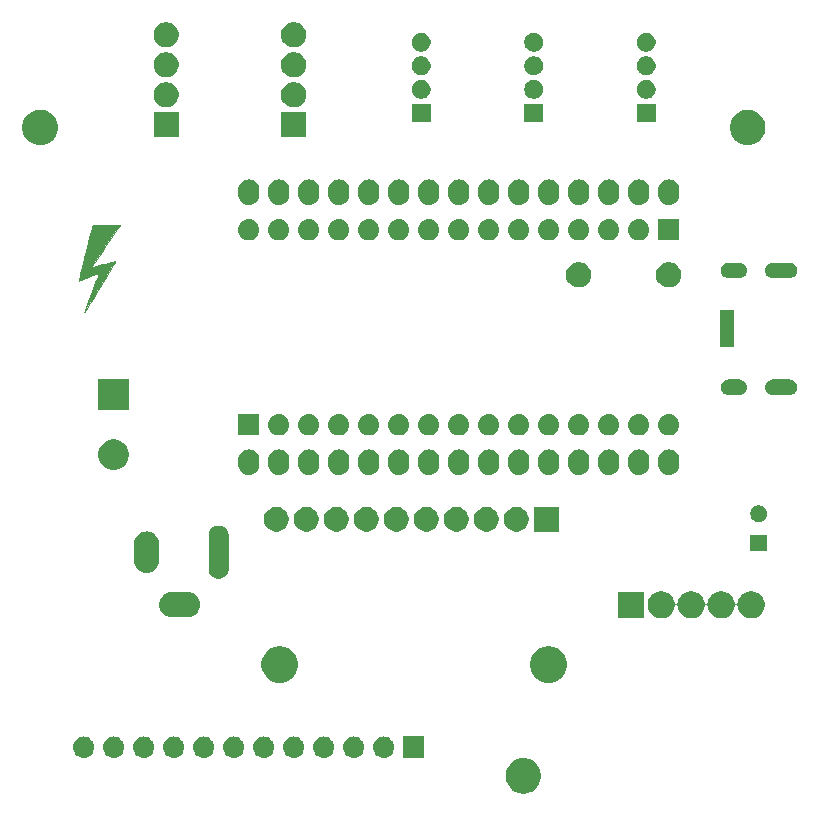
<source format=gbr>
G04 #@! TF.GenerationSoftware,KiCad,Pcbnew,(5.1.0)-1*
G04 #@! TF.CreationDate,2020-07-30T12:22:47+01:00*
G04 #@! TF.ProjectId,AirQualityLuftDaten,41697251-7561-46c6-9974-794c75667444,rev?*
G04 #@! TF.SameCoordinates,Original*
G04 #@! TF.FileFunction,Soldermask,Top*
G04 #@! TF.FilePolarity,Negative*
%FSLAX46Y46*%
G04 Gerber Fmt 4.6, Leading zero omitted, Abs format (unit mm)*
G04 Created by KiCad (PCBNEW (5.1.0)-1) date 2020-07-30 12:22:47*
%MOMM*%
%LPD*%
G04 APERTURE LIST*
%ADD10C,0.010000*%
%ADD11C,0.500000*%
G04 APERTURE END LIST*
D10*
G36*
X115023315Y-79110417D02*
G01*
X115005110Y-79181608D01*
X114968549Y-79326560D01*
X114915734Y-79536877D01*
X114848766Y-79804161D01*
X114769747Y-80120017D01*
X114680779Y-80476047D01*
X114583963Y-80863855D01*
X114481401Y-81275044D01*
X114448506Y-81407000D01*
X114345332Y-81820611D01*
X114247822Y-82210897D01*
X114157987Y-82569850D01*
X114077839Y-82889461D01*
X114009390Y-83161722D01*
X113954650Y-83378624D01*
X113915632Y-83532159D01*
X113894347Y-83614319D01*
X113891473Y-83624681D01*
X113884678Y-83658867D01*
X113894455Y-83678985D01*
X113929416Y-83682400D01*
X113998170Y-83666479D01*
X114109328Y-83628587D01*
X114271499Y-83566089D01*
X114493295Y-83476350D01*
X114783325Y-83356737D01*
X114828906Y-83337855D01*
X115064077Y-83241182D01*
X115270928Y-83157634D01*
X115437390Y-83091965D01*
X115551394Y-83048926D01*
X115600872Y-83033269D01*
X115601914Y-83033469D01*
X115589929Y-83074160D01*
X115550752Y-83184574D01*
X115487823Y-83355505D01*
X115404586Y-83577748D01*
X115304481Y-83842097D01*
X115190950Y-84139345D01*
X115100623Y-84374285D01*
X114925208Y-84829684D01*
X114778271Y-85212128D01*
X114657600Y-85527570D01*
X114560986Y-85781967D01*
X114486219Y-85981273D01*
X114431089Y-86131441D01*
X114393385Y-86238428D01*
X114370897Y-86308186D01*
X114361416Y-86346671D01*
X114362731Y-86359838D01*
X114363589Y-86360000D01*
X114397912Y-86328702D01*
X114444129Y-86264750D01*
X114564985Y-86074621D01*
X114711609Y-85839538D01*
X114879502Y-85567059D01*
X115064164Y-85264746D01*
X115261096Y-84940156D01*
X115465798Y-84600848D01*
X115673770Y-84254382D01*
X115880514Y-83908317D01*
X116081529Y-83570212D01*
X116272316Y-83247626D01*
X116448375Y-82948118D01*
X116605207Y-82679248D01*
X116738313Y-82448574D01*
X116843192Y-82263655D01*
X116915346Y-82132052D01*
X116950275Y-82061321D01*
X116952280Y-82051118D01*
X116898211Y-82058760D01*
X116774596Y-82086665D01*
X116593296Y-82131819D01*
X116366170Y-82191211D01*
X116105078Y-82261827D01*
X115910678Y-82315701D01*
X115635692Y-82392512D01*
X115389148Y-82461128D01*
X115182304Y-82518437D01*
X115026417Y-82561325D01*
X114932745Y-82586681D01*
X114910162Y-82592334D01*
X114931253Y-82558660D01*
X114996241Y-82461956D01*
X115100676Y-82308694D01*
X115240105Y-82105349D01*
X115410078Y-81858394D01*
X115606144Y-81574304D01*
X115823853Y-81259551D01*
X116058752Y-80920610D01*
X116144324Y-80797293D01*
X116384744Y-80450460D01*
X116609901Y-80124726D01*
X116815280Y-79826684D01*
X116996371Y-79562927D01*
X117148659Y-79340048D01*
X117267633Y-79164638D01*
X117348779Y-79043291D01*
X117387586Y-78982600D01*
X117390333Y-78976959D01*
X117349803Y-78970349D01*
X117235422Y-78964384D01*
X117058006Y-78959298D01*
X116828369Y-78955328D01*
X116557327Y-78952708D01*
X116255696Y-78951674D01*
X116227798Y-78951667D01*
X115065263Y-78951667D01*
X115023315Y-79110417D01*
X115023315Y-79110417D01*
G37*
X115023315Y-79110417D02*
X115005110Y-79181608D01*
X114968549Y-79326560D01*
X114915734Y-79536877D01*
X114848766Y-79804161D01*
X114769747Y-80120017D01*
X114680779Y-80476047D01*
X114583963Y-80863855D01*
X114481401Y-81275044D01*
X114448506Y-81407000D01*
X114345332Y-81820611D01*
X114247822Y-82210897D01*
X114157987Y-82569850D01*
X114077839Y-82889461D01*
X114009390Y-83161722D01*
X113954650Y-83378624D01*
X113915632Y-83532159D01*
X113894347Y-83614319D01*
X113891473Y-83624681D01*
X113884678Y-83658867D01*
X113894455Y-83678985D01*
X113929416Y-83682400D01*
X113998170Y-83666479D01*
X114109328Y-83628587D01*
X114271499Y-83566089D01*
X114493295Y-83476350D01*
X114783325Y-83356737D01*
X114828906Y-83337855D01*
X115064077Y-83241182D01*
X115270928Y-83157634D01*
X115437390Y-83091965D01*
X115551394Y-83048926D01*
X115600872Y-83033269D01*
X115601914Y-83033469D01*
X115589929Y-83074160D01*
X115550752Y-83184574D01*
X115487823Y-83355505D01*
X115404586Y-83577748D01*
X115304481Y-83842097D01*
X115190950Y-84139345D01*
X115100623Y-84374285D01*
X114925208Y-84829684D01*
X114778271Y-85212128D01*
X114657600Y-85527570D01*
X114560986Y-85781967D01*
X114486219Y-85981273D01*
X114431089Y-86131441D01*
X114393385Y-86238428D01*
X114370897Y-86308186D01*
X114361416Y-86346671D01*
X114362731Y-86359838D01*
X114363589Y-86360000D01*
X114397912Y-86328702D01*
X114444129Y-86264750D01*
X114564985Y-86074621D01*
X114711609Y-85839538D01*
X114879502Y-85567059D01*
X115064164Y-85264746D01*
X115261096Y-84940156D01*
X115465798Y-84600848D01*
X115673770Y-84254382D01*
X115880514Y-83908317D01*
X116081529Y-83570212D01*
X116272316Y-83247626D01*
X116448375Y-82948118D01*
X116605207Y-82679248D01*
X116738313Y-82448574D01*
X116843192Y-82263655D01*
X116915346Y-82132052D01*
X116950275Y-82061321D01*
X116952280Y-82051118D01*
X116898211Y-82058760D01*
X116774596Y-82086665D01*
X116593296Y-82131819D01*
X116366170Y-82191211D01*
X116105078Y-82261827D01*
X115910678Y-82315701D01*
X115635692Y-82392512D01*
X115389148Y-82461128D01*
X115182304Y-82518437D01*
X115026417Y-82561325D01*
X114932745Y-82586681D01*
X114910162Y-82592334D01*
X114931253Y-82558660D01*
X114996241Y-82461956D01*
X115100676Y-82308694D01*
X115240105Y-82105349D01*
X115410078Y-81858394D01*
X115606144Y-81574304D01*
X115823853Y-81259551D01*
X116058752Y-80920610D01*
X116144324Y-80797293D01*
X116384744Y-80450460D01*
X116609901Y-80124726D01*
X116815280Y-79826684D01*
X116996371Y-79562927D01*
X117148659Y-79340048D01*
X117267633Y-79164638D01*
X117348779Y-79043291D01*
X117387586Y-78982600D01*
X117390333Y-78976959D01*
X117349803Y-78970349D01*
X117235422Y-78964384D01*
X117058006Y-78959298D01*
X116828369Y-78955328D01*
X116557327Y-78952708D01*
X116255696Y-78951674D01*
X116227798Y-78951667D01*
X115065263Y-78951667D01*
X115023315Y-79110417D01*
D11*
G36*
X151817594Y-124150892D02*
G01*
X151962589Y-124179733D01*
X152075737Y-124226601D01*
X152235752Y-124292881D01*
X152235753Y-124292882D01*
X152481595Y-124457148D01*
X152690666Y-124666219D01*
X152690667Y-124666221D01*
X152854933Y-124912062D01*
X152968081Y-125185226D01*
X153025763Y-125475214D01*
X153025763Y-125770888D01*
X152968081Y-126060876D01*
X152854933Y-126334040D01*
X152854932Y-126334041D01*
X152690666Y-126579883D01*
X152481595Y-126788954D01*
X152357839Y-126871645D01*
X152235752Y-126953221D01*
X152075737Y-127019501D01*
X151962589Y-127066369D01*
X151817594Y-127095210D01*
X151672600Y-127124051D01*
X151376926Y-127124051D01*
X151231932Y-127095210D01*
X151086937Y-127066369D01*
X150973789Y-127019501D01*
X150813774Y-126953221D01*
X150691687Y-126871645D01*
X150567931Y-126788954D01*
X150358860Y-126579883D01*
X150194594Y-126334041D01*
X150194593Y-126334040D01*
X150081445Y-126060876D01*
X150023763Y-125770888D01*
X150023763Y-125475214D01*
X150081445Y-125185226D01*
X150194593Y-124912062D01*
X150358859Y-124666221D01*
X150358860Y-124666219D01*
X150567931Y-124457148D01*
X150813773Y-124292882D01*
X150813774Y-124292881D01*
X150973789Y-124226601D01*
X151086937Y-124179733D01*
X151231932Y-124150892D01*
X151376926Y-124122051D01*
X151672600Y-124122051D01*
X151817594Y-124150892D01*
X151817594Y-124150892D01*
G37*
G36*
X143141000Y-124091000D02*
G01*
X141339000Y-124091000D01*
X141339000Y-122289000D01*
X143141000Y-122289000D01*
X143141000Y-124091000D01*
X143141000Y-124091000D01*
G37*
G36*
X139810443Y-122295519D02*
G01*
X139876627Y-122302037D01*
X140046466Y-122353557D01*
X140202991Y-122437222D01*
X140238729Y-122466552D01*
X140340186Y-122549814D01*
X140423448Y-122651271D01*
X140452778Y-122687009D01*
X140536443Y-122843534D01*
X140587963Y-123013373D01*
X140605359Y-123190000D01*
X140587963Y-123366627D01*
X140536443Y-123536466D01*
X140452778Y-123692991D01*
X140423448Y-123728729D01*
X140340186Y-123830186D01*
X140238729Y-123913448D01*
X140202991Y-123942778D01*
X140046466Y-124026443D01*
X139876627Y-124077963D01*
X139810442Y-124084482D01*
X139744260Y-124091000D01*
X139655740Y-124091000D01*
X139589558Y-124084482D01*
X139523373Y-124077963D01*
X139353534Y-124026443D01*
X139197009Y-123942778D01*
X139161271Y-123913448D01*
X139059814Y-123830186D01*
X138976552Y-123728729D01*
X138947222Y-123692991D01*
X138863557Y-123536466D01*
X138812037Y-123366627D01*
X138794641Y-123190000D01*
X138812037Y-123013373D01*
X138863557Y-122843534D01*
X138947222Y-122687009D01*
X138976552Y-122651271D01*
X139059814Y-122549814D01*
X139161271Y-122466552D01*
X139197009Y-122437222D01*
X139353534Y-122353557D01*
X139523373Y-122302037D01*
X139589557Y-122295519D01*
X139655740Y-122289000D01*
X139744260Y-122289000D01*
X139810443Y-122295519D01*
X139810443Y-122295519D01*
G37*
G36*
X137270443Y-122295519D02*
G01*
X137336627Y-122302037D01*
X137506466Y-122353557D01*
X137662991Y-122437222D01*
X137698729Y-122466552D01*
X137800186Y-122549814D01*
X137883448Y-122651271D01*
X137912778Y-122687009D01*
X137996443Y-122843534D01*
X138047963Y-123013373D01*
X138065359Y-123190000D01*
X138047963Y-123366627D01*
X137996443Y-123536466D01*
X137912778Y-123692991D01*
X137883448Y-123728729D01*
X137800186Y-123830186D01*
X137698729Y-123913448D01*
X137662991Y-123942778D01*
X137506466Y-124026443D01*
X137336627Y-124077963D01*
X137270442Y-124084482D01*
X137204260Y-124091000D01*
X137115740Y-124091000D01*
X137049558Y-124084482D01*
X136983373Y-124077963D01*
X136813534Y-124026443D01*
X136657009Y-123942778D01*
X136621271Y-123913448D01*
X136519814Y-123830186D01*
X136436552Y-123728729D01*
X136407222Y-123692991D01*
X136323557Y-123536466D01*
X136272037Y-123366627D01*
X136254641Y-123190000D01*
X136272037Y-123013373D01*
X136323557Y-122843534D01*
X136407222Y-122687009D01*
X136436552Y-122651271D01*
X136519814Y-122549814D01*
X136621271Y-122466552D01*
X136657009Y-122437222D01*
X136813534Y-122353557D01*
X136983373Y-122302037D01*
X137049557Y-122295519D01*
X137115740Y-122289000D01*
X137204260Y-122289000D01*
X137270443Y-122295519D01*
X137270443Y-122295519D01*
G37*
G36*
X134730443Y-122295519D02*
G01*
X134796627Y-122302037D01*
X134966466Y-122353557D01*
X135122991Y-122437222D01*
X135158729Y-122466552D01*
X135260186Y-122549814D01*
X135343448Y-122651271D01*
X135372778Y-122687009D01*
X135456443Y-122843534D01*
X135507963Y-123013373D01*
X135525359Y-123190000D01*
X135507963Y-123366627D01*
X135456443Y-123536466D01*
X135372778Y-123692991D01*
X135343448Y-123728729D01*
X135260186Y-123830186D01*
X135158729Y-123913448D01*
X135122991Y-123942778D01*
X134966466Y-124026443D01*
X134796627Y-124077963D01*
X134730442Y-124084482D01*
X134664260Y-124091000D01*
X134575740Y-124091000D01*
X134509558Y-124084482D01*
X134443373Y-124077963D01*
X134273534Y-124026443D01*
X134117009Y-123942778D01*
X134081271Y-123913448D01*
X133979814Y-123830186D01*
X133896552Y-123728729D01*
X133867222Y-123692991D01*
X133783557Y-123536466D01*
X133732037Y-123366627D01*
X133714641Y-123190000D01*
X133732037Y-123013373D01*
X133783557Y-122843534D01*
X133867222Y-122687009D01*
X133896552Y-122651271D01*
X133979814Y-122549814D01*
X134081271Y-122466552D01*
X134117009Y-122437222D01*
X134273534Y-122353557D01*
X134443373Y-122302037D01*
X134509557Y-122295519D01*
X134575740Y-122289000D01*
X134664260Y-122289000D01*
X134730443Y-122295519D01*
X134730443Y-122295519D01*
G37*
G36*
X132190443Y-122295519D02*
G01*
X132256627Y-122302037D01*
X132426466Y-122353557D01*
X132582991Y-122437222D01*
X132618729Y-122466552D01*
X132720186Y-122549814D01*
X132803448Y-122651271D01*
X132832778Y-122687009D01*
X132916443Y-122843534D01*
X132967963Y-123013373D01*
X132985359Y-123190000D01*
X132967963Y-123366627D01*
X132916443Y-123536466D01*
X132832778Y-123692991D01*
X132803448Y-123728729D01*
X132720186Y-123830186D01*
X132618729Y-123913448D01*
X132582991Y-123942778D01*
X132426466Y-124026443D01*
X132256627Y-124077963D01*
X132190442Y-124084482D01*
X132124260Y-124091000D01*
X132035740Y-124091000D01*
X131969558Y-124084482D01*
X131903373Y-124077963D01*
X131733534Y-124026443D01*
X131577009Y-123942778D01*
X131541271Y-123913448D01*
X131439814Y-123830186D01*
X131356552Y-123728729D01*
X131327222Y-123692991D01*
X131243557Y-123536466D01*
X131192037Y-123366627D01*
X131174641Y-123190000D01*
X131192037Y-123013373D01*
X131243557Y-122843534D01*
X131327222Y-122687009D01*
X131356552Y-122651271D01*
X131439814Y-122549814D01*
X131541271Y-122466552D01*
X131577009Y-122437222D01*
X131733534Y-122353557D01*
X131903373Y-122302037D01*
X131969557Y-122295519D01*
X132035740Y-122289000D01*
X132124260Y-122289000D01*
X132190443Y-122295519D01*
X132190443Y-122295519D01*
G37*
G36*
X129650443Y-122295519D02*
G01*
X129716627Y-122302037D01*
X129886466Y-122353557D01*
X130042991Y-122437222D01*
X130078729Y-122466552D01*
X130180186Y-122549814D01*
X130263448Y-122651271D01*
X130292778Y-122687009D01*
X130376443Y-122843534D01*
X130427963Y-123013373D01*
X130445359Y-123190000D01*
X130427963Y-123366627D01*
X130376443Y-123536466D01*
X130292778Y-123692991D01*
X130263448Y-123728729D01*
X130180186Y-123830186D01*
X130078729Y-123913448D01*
X130042991Y-123942778D01*
X129886466Y-124026443D01*
X129716627Y-124077963D01*
X129650442Y-124084482D01*
X129584260Y-124091000D01*
X129495740Y-124091000D01*
X129429558Y-124084482D01*
X129363373Y-124077963D01*
X129193534Y-124026443D01*
X129037009Y-123942778D01*
X129001271Y-123913448D01*
X128899814Y-123830186D01*
X128816552Y-123728729D01*
X128787222Y-123692991D01*
X128703557Y-123536466D01*
X128652037Y-123366627D01*
X128634641Y-123190000D01*
X128652037Y-123013373D01*
X128703557Y-122843534D01*
X128787222Y-122687009D01*
X128816552Y-122651271D01*
X128899814Y-122549814D01*
X129001271Y-122466552D01*
X129037009Y-122437222D01*
X129193534Y-122353557D01*
X129363373Y-122302037D01*
X129429557Y-122295519D01*
X129495740Y-122289000D01*
X129584260Y-122289000D01*
X129650443Y-122295519D01*
X129650443Y-122295519D01*
G37*
G36*
X127110443Y-122295519D02*
G01*
X127176627Y-122302037D01*
X127346466Y-122353557D01*
X127502991Y-122437222D01*
X127538729Y-122466552D01*
X127640186Y-122549814D01*
X127723448Y-122651271D01*
X127752778Y-122687009D01*
X127836443Y-122843534D01*
X127887963Y-123013373D01*
X127905359Y-123190000D01*
X127887963Y-123366627D01*
X127836443Y-123536466D01*
X127752778Y-123692991D01*
X127723448Y-123728729D01*
X127640186Y-123830186D01*
X127538729Y-123913448D01*
X127502991Y-123942778D01*
X127346466Y-124026443D01*
X127176627Y-124077963D01*
X127110442Y-124084482D01*
X127044260Y-124091000D01*
X126955740Y-124091000D01*
X126889558Y-124084482D01*
X126823373Y-124077963D01*
X126653534Y-124026443D01*
X126497009Y-123942778D01*
X126461271Y-123913448D01*
X126359814Y-123830186D01*
X126276552Y-123728729D01*
X126247222Y-123692991D01*
X126163557Y-123536466D01*
X126112037Y-123366627D01*
X126094641Y-123190000D01*
X126112037Y-123013373D01*
X126163557Y-122843534D01*
X126247222Y-122687009D01*
X126276552Y-122651271D01*
X126359814Y-122549814D01*
X126461271Y-122466552D01*
X126497009Y-122437222D01*
X126653534Y-122353557D01*
X126823373Y-122302037D01*
X126889557Y-122295519D01*
X126955740Y-122289000D01*
X127044260Y-122289000D01*
X127110443Y-122295519D01*
X127110443Y-122295519D01*
G37*
G36*
X124570443Y-122295519D02*
G01*
X124636627Y-122302037D01*
X124806466Y-122353557D01*
X124962991Y-122437222D01*
X124998729Y-122466552D01*
X125100186Y-122549814D01*
X125183448Y-122651271D01*
X125212778Y-122687009D01*
X125296443Y-122843534D01*
X125347963Y-123013373D01*
X125365359Y-123190000D01*
X125347963Y-123366627D01*
X125296443Y-123536466D01*
X125212778Y-123692991D01*
X125183448Y-123728729D01*
X125100186Y-123830186D01*
X124998729Y-123913448D01*
X124962991Y-123942778D01*
X124806466Y-124026443D01*
X124636627Y-124077963D01*
X124570442Y-124084482D01*
X124504260Y-124091000D01*
X124415740Y-124091000D01*
X124349558Y-124084482D01*
X124283373Y-124077963D01*
X124113534Y-124026443D01*
X123957009Y-123942778D01*
X123921271Y-123913448D01*
X123819814Y-123830186D01*
X123736552Y-123728729D01*
X123707222Y-123692991D01*
X123623557Y-123536466D01*
X123572037Y-123366627D01*
X123554641Y-123190000D01*
X123572037Y-123013373D01*
X123623557Y-122843534D01*
X123707222Y-122687009D01*
X123736552Y-122651271D01*
X123819814Y-122549814D01*
X123921271Y-122466552D01*
X123957009Y-122437222D01*
X124113534Y-122353557D01*
X124283373Y-122302037D01*
X124349557Y-122295519D01*
X124415740Y-122289000D01*
X124504260Y-122289000D01*
X124570443Y-122295519D01*
X124570443Y-122295519D01*
G37*
G36*
X122030443Y-122295519D02*
G01*
X122096627Y-122302037D01*
X122266466Y-122353557D01*
X122422991Y-122437222D01*
X122458729Y-122466552D01*
X122560186Y-122549814D01*
X122643448Y-122651271D01*
X122672778Y-122687009D01*
X122756443Y-122843534D01*
X122807963Y-123013373D01*
X122825359Y-123190000D01*
X122807963Y-123366627D01*
X122756443Y-123536466D01*
X122672778Y-123692991D01*
X122643448Y-123728729D01*
X122560186Y-123830186D01*
X122458729Y-123913448D01*
X122422991Y-123942778D01*
X122266466Y-124026443D01*
X122096627Y-124077963D01*
X122030442Y-124084482D01*
X121964260Y-124091000D01*
X121875740Y-124091000D01*
X121809558Y-124084482D01*
X121743373Y-124077963D01*
X121573534Y-124026443D01*
X121417009Y-123942778D01*
X121381271Y-123913448D01*
X121279814Y-123830186D01*
X121196552Y-123728729D01*
X121167222Y-123692991D01*
X121083557Y-123536466D01*
X121032037Y-123366627D01*
X121014641Y-123190000D01*
X121032037Y-123013373D01*
X121083557Y-122843534D01*
X121167222Y-122687009D01*
X121196552Y-122651271D01*
X121279814Y-122549814D01*
X121381271Y-122466552D01*
X121417009Y-122437222D01*
X121573534Y-122353557D01*
X121743373Y-122302037D01*
X121809557Y-122295519D01*
X121875740Y-122289000D01*
X121964260Y-122289000D01*
X122030443Y-122295519D01*
X122030443Y-122295519D01*
G37*
G36*
X119490443Y-122295519D02*
G01*
X119556627Y-122302037D01*
X119726466Y-122353557D01*
X119882991Y-122437222D01*
X119918729Y-122466552D01*
X120020186Y-122549814D01*
X120103448Y-122651271D01*
X120132778Y-122687009D01*
X120216443Y-122843534D01*
X120267963Y-123013373D01*
X120285359Y-123190000D01*
X120267963Y-123366627D01*
X120216443Y-123536466D01*
X120132778Y-123692991D01*
X120103448Y-123728729D01*
X120020186Y-123830186D01*
X119918729Y-123913448D01*
X119882991Y-123942778D01*
X119726466Y-124026443D01*
X119556627Y-124077963D01*
X119490442Y-124084482D01*
X119424260Y-124091000D01*
X119335740Y-124091000D01*
X119269558Y-124084482D01*
X119203373Y-124077963D01*
X119033534Y-124026443D01*
X118877009Y-123942778D01*
X118841271Y-123913448D01*
X118739814Y-123830186D01*
X118656552Y-123728729D01*
X118627222Y-123692991D01*
X118543557Y-123536466D01*
X118492037Y-123366627D01*
X118474641Y-123190000D01*
X118492037Y-123013373D01*
X118543557Y-122843534D01*
X118627222Y-122687009D01*
X118656552Y-122651271D01*
X118739814Y-122549814D01*
X118841271Y-122466552D01*
X118877009Y-122437222D01*
X119033534Y-122353557D01*
X119203373Y-122302037D01*
X119269557Y-122295519D01*
X119335740Y-122289000D01*
X119424260Y-122289000D01*
X119490443Y-122295519D01*
X119490443Y-122295519D01*
G37*
G36*
X116950443Y-122295519D02*
G01*
X117016627Y-122302037D01*
X117186466Y-122353557D01*
X117342991Y-122437222D01*
X117378729Y-122466552D01*
X117480186Y-122549814D01*
X117563448Y-122651271D01*
X117592778Y-122687009D01*
X117676443Y-122843534D01*
X117727963Y-123013373D01*
X117745359Y-123190000D01*
X117727963Y-123366627D01*
X117676443Y-123536466D01*
X117592778Y-123692991D01*
X117563448Y-123728729D01*
X117480186Y-123830186D01*
X117378729Y-123913448D01*
X117342991Y-123942778D01*
X117186466Y-124026443D01*
X117016627Y-124077963D01*
X116950442Y-124084482D01*
X116884260Y-124091000D01*
X116795740Y-124091000D01*
X116729558Y-124084482D01*
X116663373Y-124077963D01*
X116493534Y-124026443D01*
X116337009Y-123942778D01*
X116301271Y-123913448D01*
X116199814Y-123830186D01*
X116116552Y-123728729D01*
X116087222Y-123692991D01*
X116003557Y-123536466D01*
X115952037Y-123366627D01*
X115934641Y-123190000D01*
X115952037Y-123013373D01*
X116003557Y-122843534D01*
X116087222Y-122687009D01*
X116116552Y-122651271D01*
X116199814Y-122549814D01*
X116301271Y-122466552D01*
X116337009Y-122437222D01*
X116493534Y-122353557D01*
X116663373Y-122302037D01*
X116729557Y-122295519D01*
X116795740Y-122289000D01*
X116884260Y-122289000D01*
X116950443Y-122295519D01*
X116950443Y-122295519D01*
G37*
G36*
X114410443Y-122295519D02*
G01*
X114476627Y-122302037D01*
X114646466Y-122353557D01*
X114802991Y-122437222D01*
X114838729Y-122466552D01*
X114940186Y-122549814D01*
X115023448Y-122651271D01*
X115052778Y-122687009D01*
X115136443Y-122843534D01*
X115187963Y-123013373D01*
X115205359Y-123190000D01*
X115187963Y-123366627D01*
X115136443Y-123536466D01*
X115052778Y-123692991D01*
X115023448Y-123728729D01*
X114940186Y-123830186D01*
X114838729Y-123913448D01*
X114802991Y-123942778D01*
X114646466Y-124026443D01*
X114476627Y-124077963D01*
X114410442Y-124084482D01*
X114344260Y-124091000D01*
X114255740Y-124091000D01*
X114189558Y-124084482D01*
X114123373Y-124077963D01*
X113953534Y-124026443D01*
X113797009Y-123942778D01*
X113761271Y-123913448D01*
X113659814Y-123830186D01*
X113576552Y-123728729D01*
X113547222Y-123692991D01*
X113463557Y-123536466D01*
X113412037Y-123366627D01*
X113394641Y-123190000D01*
X113412037Y-123013373D01*
X113463557Y-122843534D01*
X113547222Y-122687009D01*
X113576552Y-122651271D01*
X113659814Y-122549814D01*
X113761271Y-122466552D01*
X113797009Y-122437222D01*
X113953534Y-122353557D01*
X114123373Y-122302037D01*
X114189557Y-122295519D01*
X114255740Y-122289000D01*
X114344260Y-122289000D01*
X114410443Y-122295519D01*
X114410443Y-122295519D01*
G37*
G36*
X153972585Y-114683802D02*
G01*
X154122410Y-114713604D01*
X154404674Y-114830521D01*
X154658705Y-115000259D01*
X154874741Y-115216295D01*
X155044479Y-115470326D01*
X155161396Y-115752590D01*
X155221000Y-116052240D01*
X155221000Y-116357760D01*
X155161396Y-116657410D01*
X155044479Y-116939674D01*
X154874741Y-117193705D01*
X154658705Y-117409741D01*
X154404674Y-117579479D01*
X154122410Y-117696396D01*
X153972585Y-117726198D01*
X153822761Y-117756000D01*
X153517239Y-117756000D01*
X153367415Y-117726198D01*
X153217590Y-117696396D01*
X152935326Y-117579479D01*
X152681295Y-117409741D01*
X152465259Y-117193705D01*
X152295521Y-116939674D01*
X152178604Y-116657410D01*
X152119000Y-116357760D01*
X152119000Y-116052240D01*
X152178604Y-115752590D01*
X152295521Y-115470326D01*
X152465259Y-115216295D01*
X152681295Y-115000259D01*
X152935326Y-114830521D01*
X153217590Y-114713604D01*
X153367415Y-114683802D01*
X153517239Y-114654000D01*
X153822761Y-114654000D01*
X153972585Y-114683802D01*
X153972585Y-114683802D01*
G37*
G36*
X131212587Y-114683802D02*
G01*
X131362412Y-114713604D01*
X131644676Y-114830521D01*
X131898707Y-115000259D01*
X132114743Y-115216295D01*
X132284481Y-115470326D01*
X132401398Y-115752590D01*
X132461002Y-116052240D01*
X132461002Y-116357760D01*
X132401398Y-116657410D01*
X132284481Y-116939674D01*
X132114743Y-117193705D01*
X131898707Y-117409741D01*
X131644676Y-117579479D01*
X131362412Y-117696396D01*
X131212587Y-117726198D01*
X131062763Y-117756000D01*
X130757241Y-117756000D01*
X130607417Y-117726198D01*
X130457592Y-117696396D01*
X130175328Y-117579479D01*
X129921297Y-117409741D01*
X129705261Y-117193705D01*
X129535523Y-116939674D01*
X129418606Y-116657410D01*
X129359002Y-116357760D01*
X129359002Y-116052240D01*
X129418606Y-115752590D01*
X129535523Y-115470326D01*
X129705261Y-115216295D01*
X129921297Y-115000259D01*
X130175328Y-114830521D01*
X130457592Y-114713604D01*
X130607417Y-114683802D01*
X130757241Y-114654000D01*
X131062763Y-114654000D01*
X131212587Y-114683802D01*
X131212587Y-114683802D01*
G37*
G36*
X163530681Y-110018405D02*
G01*
X163740116Y-110105156D01*
X163740118Y-110105157D01*
X163928605Y-110231100D01*
X164088900Y-110391395D01*
X164214843Y-110579882D01*
X164214844Y-110579884D01*
X164301595Y-110789319D01*
X164342403Y-110994475D01*
X164349516Y-111017924D01*
X164361067Y-111039535D01*
X164376612Y-111058477D01*
X164395554Y-111074022D01*
X164417165Y-111085573D01*
X164440614Y-111092686D01*
X164465000Y-111095088D01*
X164489386Y-111092686D01*
X164512835Y-111085573D01*
X164534446Y-111074022D01*
X164553388Y-111058477D01*
X164568933Y-111039535D01*
X164580484Y-111017924D01*
X164587597Y-110994475D01*
X164628405Y-110789319D01*
X164715156Y-110579884D01*
X164715157Y-110579882D01*
X164841100Y-110391395D01*
X165001395Y-110231100D01*
X165189882Y-110105157D01*
X165189884Y-110105156D01*
X165399319Y-110018405D01*
X165621653Y-109974180D01*
X165848347Y-109974180D01*
X166070681Y-110018405D01*
X166280116Y-110105156D01*
X166280118Y-110105157D01*
X166468605Y-110231100D01*
X166628900Y-110391395D01*
X166754843Y-110579882D01*
X166754844Y-110579884D01*
X166841595Y-110789319D01*
X166882403Y-110994475D01*
X166889516Y-111017924D01*
X166901067Y-111039535D01*
X166916612Y-111058477D01*
X166935554Y-111074022D01*
X166957165Y-111085573D01*
X166980614Y-111092686D01*
X167005000Y-111095088D01*
X167029386Y-111092686D01*
X167052835Y-111085573D01*
X167074446Y-111074022D01*
X167093388Y-111058477D01*
X167108933Y-111039535D01*
X167120484Y-111017924D01*
X167127597Y-110994475D01*
X167168405Y-110789319D01*
X167255156Y-110579884D01*
X167255157Y-110579882D01*
X167381100Y-110391395D01*
X167541395Y-110231100D01*
X167729882Y-110105157D01*
X167729884Y-110105156D01*
X167939319Y-110018405D01*
X168161653Y-109974180D01*
X168388347Y-109974180D01*
X168610681Y-110018405D01*
X168820116Y-110105156D01*
X168820118Y-110105157D01*
X169008605Y-110231100D01*
X169168900Y-110391395D01*
X169294843Y-110579882D01*
X169294844Y-110579884D01*
X169381595Y-110789319D01*
X169422403Y-110994475D01*
X169429516Y-111017924D01*
X169441067Y-111039535D01*
X169456612Y-111058477D01*
X169475554Y-111074022D01*
X169497165Y-111085573D01*
X169520614Y-111092686D01*
X169545000Y-111095088D01*
X169569386Y-111092686D01*
X169592835Y-111085573D01*
X169614446Y-111074022D01*
X169633388Y-111058477D01*
X169648933Y-111039535D01*
X169660484Y-111017924D01*
X169667597Y-110994475D01*
X169708405Y-110789319D01*
X169795156Y-110579884D01*
X169795157Y-110579882D01*
X169921100Y-110391395D01*
X170081395Y-110231100D01*
X170269882Y-110105157D01*
X170269884Y-110105156D01*
X170479319Y-110018405D01*
X170701653Y-109974180D01*
X170928347Y-109974180D01*
X171150681Y-110018405D01*
X171360116Y-110105156D01*
X171360118Y-110105157D01*
X171548605Y-110231100D01*
X171708900Y-110391395D01*
X171834843Y-110579882D01*
X171834844Y-110579884D01*
X171921595Y-110789319D01*
X171965820Y-111011653D01*
X171965820Y-111238347D01*
X171921595Y-111460681D01*
X171893317Y-111528950D01*
X171834843Y-111670118D01*
X171708900Y-111858605D01*
X171548605Y-112018900D01*
X171360118Y-112144843D01*
X171360117Y-112144844D01*
X171360116Y-112144844D01*
X171150681Y-112231595D01*
X170928347Y-112275820D01*
X170701653Y-112275820D01*
X170479319Y-112231595D01*
X170269884Y-112144844D01*
X170269883Y-112144844D01*
X170269882Y-112144843D01*
X170081395Y-112018900D01*
X169921100Y-111858605D01*
X169795157Y-111670118D01*
X169736683Y-111528950D01*
X169708405Y-111460681D01*
X169667597Y-111255525D01*
X169660484Y-111232076D01*
X169648933Y-111210465D01*
X169633388Y-111191523D01*
X169614446Y-111175978D01*
X169592835Y-111164427D01*
X169569386Y-111157314D01*
X169545000Y-111154912D01*
X169520614Y-111157314D01*
X169497165Y-111164427D01*
X169475554Y-111175978D01*
X169456612Y-111191523D01*
X169441067Y-111210465D01*
X169429516Y-111232076D01*
X169422403Y-111255525D01*
X169381595Y-111460681D01*
X169353317Y-111528950D01*
X169294843Y-111670118D01*
X169168900Y-111858605D01*
X169008605Y-112018900D01*
X168820118Y-112144843D01*
X168820117Y-112144844D01*
X168820116Y-112144844D01*
X168610681Y-112231595D01*
X168388347Y-112275820D01*
X168161653Y-112275820D01*
X167939319Y-112231595D01*
X167729884Y-112144844D01*
X167729883Y-112144844D01*
X167729882Y-112144843D01*
X167541395Y-112018900D01*
X167381100Y-111858605D01*
X167255157Y-111670118D01*
X167196683Y-111528950D01*
X167168405Y-111460681D01*
X167127597Y-111255525D01*
X167120484Y-111232076D01*
X167108933Y-111210465D01*
X167093388Y-111191523D01*
X167074446Y-111175978D01*
X167052835Y-111164427D01*
X167029386Y-111157314D01*
X167005000Y-111154912D01*
X166980614Y-111157314D01*
X166957165Y-111164427D01*
X166935554Y-111175978D01*
X166916612Y-111191523D01*
X166901067Y-111210465D01*
X166889516Y-111232076D01*
X166882403Y-111255525D01*
X166841595Y-111460681D01*
X166813317Y-111528950D01*
X166754843Y-111670118D01*
X166628900Y-111858605D01*
X166468605Y-112018900D01*
X166280118Y-112144843D01*
X166280117Y-112144844D01*
X166280116Y-112144844D01*
X166070681Y-112231595D01*
X165848347Y-112275820D01*
X165621653Y-112275820D01*
X165399319Y-112231595D01*
X165189884Y-112144844D01*
X165189883Y-112144844D01*
X165189882Y-112144843D01*
X165001395Y-112018900D01*
X164841100Y-111858605D01*
X164715157Y-111670118D01*
X164656683Y-111528950D01*
X164628405Y-111460681D01*
X164587597Y-111255525D01*
X164580484Y-111232076D01*
X164568933Y-111210465D01*
X164553388Y-111191523D01*
X164534446Y-111175978D01*
X164512835Y-111164427D01*
X164489386Y-111157314D01*
X164465000Y-111154912D01*
X164440614Y-111157314D01*
X164417165Y-111164427D01*
X164395554Y-111175978D01*
X164376612Y-111191523D01*
X164361067Y-111210465D01*
X164349516Y-111232076D01*
X164342403Y-111255525D01*
X164301595Y-111460681D01*
X164273317Y-111528950D01*
X164214843Y-111670118D01*
X164088900Y-111858605D01*
X163928605Y-112018900D01*
X163740118Y-112144843D01*
X163740117Y-112144844D01*
X163740116Y-112144844D01*
X163530681Y-112231595D01*
X163308347Y-112275820D01*
X163081653Y-112275820D01*
X162859319Y-112231595D01*
X162649884Y-112144844D01*
X162649883Y-112144844D01*
X162649882Y-112144843D01*
X162461395Y-112018900D01*
X162301100Y-111858605D01*
X162175157Y-111670118D01*
X162116683Y-111528950D01*
X162088405Y-111460681D01*
X162044180Y-111238347D01*
X162044180Y-111011653D01*
X162088405Y-110789319D01*
X162175156Y-110579884D01*
X162175157Y-110579882D01*
X162301100Y-110391395D01*
X162461395Y-110231100D01*
X162649882Y-110105157D01*
X162649884Y-110105156D01*
X162859319Y-110018405D01*
X163081653Y-109974180D01*
X163308347Y-109974180D01*
X163530681Y-110018405D01*
X163530681Y-110018405D01*
G37*
G36*
X161756290Y-112226290D02*
G01*
X159553710Y-112226290D01*
X159553710Y-110023710D01*
X161756290Y-110023710D01*
X161756290Y-112226290D01*
X161756290Y-112226290D01*
G37*
G36*
X123334968Y-110089710D02*
G01*
X123334971Y-110089711D01*
X123334972Y-110089711D01*
X123532990Y-110149779D01*
X123532993Y-110149781D01*
X123532994Y-110149781D01*
X123715483Y-110247323D01*
X123875443Y-110378597D01*
X124006717Y-110538557D01*
X124104259Y-110721046D01*
X124104261Y-110721050D01*
X124124970Y-110789319D01*
X124164330Y-110919072D01*
X124184612Y-111125000D01*
X124164330Y-111330928D01*
X124164329Y-111330931D01*
X124164329Y-111330932D01*
X124104261Y-111528950D01*
X124104259Y-111528953D01*
X124104259Y-111528954D01*
X124006717Y-111711443D01*
X123875443Y-111871403D01*
X123715483Y-112002677D01*
X123532994Y-112100219D01*
X123532990Y-112100221D01*
X123334972Y-112160289D01*
X123334971Y-112160289D01*
X123334968Y-112160290D01*
X123180641Y-112175490D01*
X121675359Y-112175490D01*
X121521032Y-112160290D01*
X121521029Y-112160289D01*
X121521028Y-112160289D01*
X121323010Y-112100221D01*
X121323006Y-112100219D01*
X121140517Y-112002677D01*
X120980557Y-111871403D01*
X120849283Y-111711443D01*
X120751741Y-111528954D01*
X120751741Y-111528953D01*
X120751739Y-111528950D01*
X120691671Y-111330932D01*
X120691671Y-111330931D01*
X120691670Y-111330928D01*
X120671388Y-111125000D01*
X120691670Y-110919072D01*
X120731030Y-110789319D01*
X120751739Y-110721050D01*
X120751741Y-110721046D01*
X120849283Y-110538557D01*
X120980557Y-110378597D01*
X121140517Y-110247323D01*
X121323006Y-110149781D01*
X121323007Y-110149781D01*
X121323010Y-110149779D01*
X121521028Y-110089711D01*
X121521029Y-110089711D01*
X121521032Y-110089710D01*
X121675359Y-110074510D01*
X123180641Y-110074510D01*
X123334968Y-110089710D01*
X123334968Y-110089710D01*
G37*
G36*
X125881886Y-104440202D02*
G01*
X125896846Y-104441675D01*
X125977061Y-104466008D01*
X126057278Y-104490342D01*
X126205134Y-104569372D01*
X126334730Y-104675730D01*
X126441088Y-104805326D01*
X126520118Y-104953182D01*
X126520118Y-104953183D01*
X126565045Y-105101284D01*
X126568785Y-105113615D01*
X126581100Y-105238650D01*
X126581100Y-108121350D01*
X126570544Y-108228523D01*
X126568785Y-108246386D01*
X126565044Y-108258717D01*
X126520118Y-108406818D01*
X126441088Y-108554674D01*
X126334730Y-108684270D01*
X126205133Y-108790628D01*
X126057277Y-108869658D01*
X125956186Y-108900324D01*
X125896845Y-108918325D01*
X125881885Y-108919798D01*
X125730000Y-108934758D01*
X125578114Y-108919798D01*
X125563154Y-108918325D01*
X125482939Y-108893992D01*
X125402722Y-108869658D01*
X125254866Y-108790628D01*
X125125270Y-108684270D01*
X125018912Y-108554673D01*
X124939882Y-108406817D01*
X124894956Y-108258716D01*
X124891215Y-108246385D01*
X124889456Y-108228522D01*
X124878900Y-108121349D01*
X124878901Y-105238650D01*
X124891216Y-105113615D01*
X124894957Y-105101284D01*
X124939883Y-104953183D01*
X124939883Y-104953182D01*
X125018913Y-104805326D01*
X125125271Y-104675730D01*
X125254867Y-104569372D01*
X125402723Y-104490342D01*
X125482940Y-104466008D01*
X125563155Y-104441675D01*
X125578115Y-104440202D01*
X125730000Y-104425242D01*
X125881886Y-104440202D01*
X125881886Y-104440202D01*
G37*
G36*
X119839928Y-104943670D02*
G01*
X119839931Y-104943671D01*
X119839932Y-104943671D01*
X120037950Y-105003739D01*
X120037953Y-105003741D01*
X120037954Y-105003741D01*
X120220443Y-105101283D01*
X120380403Y-105232557D01*
X120511676Y-105392516D01*
X120609221Y-105575010D01*
X120669289Y-105773028D01*
X120669290Y-105773032D01*
X120684490Y-105927359D01*
X120684490Y-107432641D01*
X120669290Y-107586968D01*
X120669289Y-107586971D01*
X120669289Y-107586972D01*
X120609221Y-107784990D01*
X120609219Y-107784993D01*
X120609219Y-107784994D01*
X120511677Y-107967483D01*
X120380403Y-108127443D01*
X120262112Y-108224520D01*
X120220444Y-108258716D01*
X120037949Y-108356261D01*
X119839931Y-108416329D01*
X119839930Y-108416329D01*
X119839927Y-108416330D01*
X119634000Y-108436612D01*
X119428072Y-108416330D01*
X119428069Y-108416329D01*
X119428068Y-108416329D01*
X119230050Y-108356261D01*
X119230046Y-108356259D01*
X119047557Y-108258717D01*
X118887597Y-108127443D01*
X118790520Y-108009152D01*
X118756324Y-107967484D01*
X118658779Y-107784989D01*
X118598711Y-107586971D01*
X118598711Y-107586970D01*
X118598710Y-107586967D01*
X118583510Y-107432640D01*
X118583510Y-105927359D01*
X118598710Y-105773032D01*
X118658781Y-105575007D01*
X118756324Y-105392517D01*
X118887598Y-105232557D01*
X119047558Y-105101283D01*
X119230047Y-105003741D01*
X119230048Y-105003741D01*
X119230051Y-105003739D01*
X119428069Y-104943671D01*
X119428070Y-104943671D01*
X119428073Y-104943670D01*
X119634000Y-104923388D01*
X119839928Y-104943670D01*
X119839928Y-104943670D01*
G37*
G36*
X172151000Y-106619000D02*
G01*
X170749000Y-106619000D01*
X170749000Y-105217000D01*
X172151000Y-105217000D01*
X172151000Y-106619000D01*
X172151000Y-106619000D01*
G37*
G36*
X143631422Y-102884878D02*
G01*
X143822598Y-102964066D01*
X143822600Y-102964067D01*
X143994654Y-103079030D01*
X144140975Y-103225351D01*
X144223567Y-103348958D01*
X144255939Y-103397407D01*
X144335127Y-103588583D01*
X144375496Y-103791533D01*
X144375496Y-103998465D01*
X144335127Y-104201415D01*
X144255939Y-104392591D01*
X144255938Y-104392593D01*
X144140975Y-104564647D01*
X143994654Y-104710968D01*
X143822600Y-104825931D01*
X143822599Y-104825932D01*
X143822598Y-104825932D01*
X143631422Y-104905120D01*
X143428472Y-104945489D01*
X143221540Y-104945489D01*
X143018590Y-104905120D01*
X142827414Y-104825932D01*
X142827413Y-104825932D01*
X142827412Y-104825931D01*
X142655358Y-104710968D01*
X142509037Y-104564647D01*
X142394074Y-104392593D01*
X142394073Y-104392591D01*
X142314885Y-104201415D01*
X142274516Y-103998465D01*
X142274516Y-103791533D01*
X142314885Y-103588583D01*
X142394073Y-103397407D01*
X142426446Y-103348958D01*
X142509037Y-103225351D01*
X142655358Y-103079030D01*
X142827412Y-102964067D01*
X142827414Y-102964066D01*
X143018590Y-102884878D01*
X143221540Y-102844509D01*
X143428472Y-102844509D01*
X143631422Y-102884878D01*
X143631422Y-102884878D01*
G37*
G36*
X136011422Y-102884878D02*
G01*
X136202598Y-102964066D01*
X136202600Y-102964067D01*
X136374654Y-103079030D01*
X136520975Y-103225351D01*
X136603567Y-103348958D01*
X136635939Y-103397407D01*
X136715127Y-103588583D01*
X136755496Y-103791533D01*
X136755496Y-103998465D01*
X136715127Y-104201415D01*
X136635939Y-104392591D01*
X136635938Y-104392593D01*
X136520975Y-104564647D01*
X136374654Y-104710968D01*
X136202600Y-104825931D01*
X136202599Y-104825932D01*
X136202598Y-104825932D01*
X136011422Y-104905120D01*
X135808472Y-104945489D01*
X135601540Y-104945489D01*
X135398590Y-104905120D01*
X135207414Y-104825932D01*
X135207413Y-104825932D01*
X135207412Y-104825931D01*
X135035358Y-104710968D01*
X134889037Y-104564647D01*
X134774074Y-104392593D01*
X134774073Y-104392591D01*
X134694885Y-104201415D01*
X134654516Y-103998465D01*
X134654516Y-103791533D01*
X134694885Y-103588583D01*
X134774073Y-103397407D01*
X134806446Y-103348958D01*
X134889037Y-103225351D01*
X135035358Y-103079030D01*
X135207412Y-102964067D01*
X135207414Y-102964066D01*
X135398590Y-102884878D01*
X135601540Y-102844509D01*
X135808472Y-102844509D01*
X136011422Y-102884878D01*
X136011422Y-102884878D01*
G37*
G36*
X133471422Y-102884878D02*
G01*
X133662598Y-102964066D01*
X133662600Y-102964067D01*
X133834654Y-103079030D01*
X133980975Y-103225351D01*
X134063567Y-103348958D01*
X134095939Y-103397407D01*
X134175127Y-103588583D01*
X134215496Y-103791533D01*
X134215496Y-103998465D01*
X134175127Y-104201415D01*
X134095939Y-104392591D01*
X134095938Y-104392593D01*
X133980975Y-104564647D01*
X133834654Y-104710968D01*
X133662600Y-104825931D01*
X133662599Y-104825932D01*
X133662598Y-104825932D01*
X133471422Y-104905120D01*
X133268472Y-104945489D01*
X133061540Y-104945489D01*
X132858590Y-104905120D01*
X132667414Y-104825932D01*
X132667413Y-104825932D01*
X132667412Y-104825931D01*
X132495358Y-104710968D01*
X132349037Y-104564647D01*
X132234074Y-104392593D01*
X132234073Y-104392591D01*
X132154885Y-104201415D01*
X132114516Y-103998465D01*
X132114516Y-103791533D01*
X132154885Y-103588583D01*
X132234073Y-103397407D01*
X132266446Y-103348958D01*
X132349037Y-103225351D01*
X132495358Y-103079030D01*
X132667412Y-102964067D01*
X132667414Y-102964066D01*
X132858590Y-102884878D01*
X133061540Y-102844509D01*
X133268472Y-102844509D01*
X133471422Y-102884878D01*
X133471422Y-102884878D01*
G37*
G36*
X138551422Y-102884878D02*
G01*
X138742598Y-102964066D01*
X138742600Y-102964067D01*
X138914654Y-103079030D01*
X139060975Y-103225351D01*
X139143567Y-103348958D01*
X139175939Y-103397407D01*
X139255127Y-103588583D01*
X139295496Y-103791533D01*
X139295496Y-103998465D01*
X139255127Y-104201415D01*
X139175939Y-104392591D01*
X139175938Y-104392593D01*
X139060975Y-104564647D01*
X138914654Y-104710968D01*
X138742600Y-104825931D01*
X138742599Y-104825932D01*
X138742598Y-104825932D01*
X138551422Y-104905120D01*
X138348472Y-104945489D01*
X138141540Y-104945489D01*
X137938590Y-104905120D01*
X137747414Y-104825932D01*
X137747413Y-104825932D01*
X137747412Y-104825931D01*
X137575358Y-104710968D01*
X137429037Y-104564647D01*
X137314074Y-104392593D01*
X137314073Y-104392591D01*
X137234885Y-104201415D01*
X137194516Y-103998465D01*
X137194516Y-103791533D01*
X137234885Y-103588583D01*
X137314073Y-103397407D01*
X137346446Y-103348958D01*
X137429037Y-103225351D01*
X137575358Y-103079030D01*
X137747412Y-102964067D01*
X137747414Y-102964066D01*
X137938590Y-102884878D01*
X138141540Y-102844509D01*
X138348472Y-102844509D01*
X138551422Y-102884878D01*
X138551422Y-102884878D01*
G37*
G36*
X141091422Y-102884878D02*
G01*
X141282598Y-102964066D01*
X141282600Y-102964067D01*
X141454654Y-103079030D01*
X141600975Y-103225351D01*
X141683567Y-103348958D01*
X141715939Y-103397407D01*
X141795127Y-103588583D01*
X141835496Y-103791533D01*
X141835496Y-103998465D01*
X141795127Y-104201415D01*
X141715939Y-104392591D01*
X141715938Y-104392593D01*
X141600975Y-104564647D01*
X141454654Y-104710968D01*
X141282600Y-104825931D01*
X141282599Y-104825932D01*
X141282598Y-104825932D01*
X141091422Y-104905120D01*
X140888472Y-104945489D01*
X140681540Y-104945489D01*
X140478590Y-104905120D01*
X140287414Y-104825932D01*
X140287413Y-104825932D01*
X140287412Y-104825931D01*
X140115358Y-104710968D01*
X139969037Y-104564647D01*
X139854074Y-104392593D01*
X139854073Y-104392591D01*
X139774885Y-104201415D01*
X139734516Y-103998465D01*
X139734516Y-103791533D01*
X139774885Y-103588583D01*
X139854073Y-103397407D01*
X139886446Y-103348958D01*
X139969037Y-103225351D01*
X140115358Y-103079030D01*
X140287412Y-102964067D01*
X140287414Y-102964066D01*
X140478590Y-102884878D01*
X140681540Y-102844509D01*
X140888472Y-102844509D01*
X141091422Y-102884878D01*
X141091422Y-102884878D01*
G37*
G36*
X154535496Y-104945489D02*
G01*
X152434516Y-104945489D01*
X152434516Y-102844509D01*
X154535496Y-102844509D01*
X154535496Y-104945489D01*
X154535496Y-104945489D01*
G37*
G36*
X151251422Y-102884878D02*
G01*
X151442598Y-102964066D01*
X151442600Y-102964067D01*
X151614654Y-103079030D01*
X151760975Y-103225351D01*
X151843567Y-103348958D01*
X151875939Y-103397407D01*
X151955127Y-103588583D01*
X151995496Y-103791533D01*
X151995496Y-103998465D01*
X151955127Y-104201415D01*
X151875939Y-104392591D01*
X151875938Y-104392593D01*
X151760975Y-104564647D01*
X151614654Y-104710968D01*
X151442600Y-104825931D01*
X151442599Y-104825932D01*
X151442598Y-104825932D01*
X151251422Y-104905120D01*
X151048472Y-104945489D01*
X150841540Y-104945489D01*
X150638590Y-104905120D01*
X150447414Y-104825932D01*
X150447413Y-104825932D01*
X150447412Y-104825931D01*
X150275358Y-104710968D01*
X150129037Y-104564647D01*
X150014074Y-104392593D01*
X150014073Y-104392591D01*
X149934885Y-104201415D01*
X149894516Y-103998465D01*
X149894516Y-103791533D01*
X149934885Y-103588583D01*
X150014073Y-103397407D01*
X150046446Y-103348958D01*
X150129037Y-103225351D01*
X150275358Y-103079030D01*
X150447412Y-102964067D01*
X150447414Y-102964066D01*
X150638590Y-102884878D01*
X150841540Y-102844509D01*
X151048472Y-102844509D01*
X151251422Y-102884878D01*
X151251422Y-102884878D01*
G37*
G36*
X146171422Y-102884878D02*
G01*
X146362598Y-102964066D01*
X146362600Y-102964067D01*
X146534654Y-103079030D01*
X146680975Y-103225351D01*
X146763567Y-103348958D01*
X146795939Y-103397407D01*
X146875127Y-103588583D01*
X146915496Y-103791533D01*
X146915496Y-103998465D01*
X146875127Y-104201415D01*
X146795939Y-104392591D01*
X146795938Y-104392593D01*
X146680975Y-104564647D01*
X146534654Y-104710968D01*
X146362600Y-104825931D01*
X146362599Y-104825932D01*
X146362598Y-104825932D01*
X146171422Y-104905120D01*
X145968472Y-104945489D01*
X145761540Y-104945489D01*
X145558590Y-104905120D01*
X145367414Y-104825932D01*
X145367413Y-104825932D01*
X145367412Y-104825931D01*
X145195358Y-104710968D01*
X145049037Y-104564647D01*
X144934074Y-104392593D01*
X144934073Y-104392591D01*
X144854885Y-104201415D01*
X144814516Y-103998465D01*
X144814516Y-103791533D01*
X144854885Y-103588583D01*
X144934073Y-103397407D01*
X144966446Y-103348958D01*
X145049037Y-103225351D01*
X145195358Y-103079030D01*
X145367412Y-102964067D01*
X145367414Y-102964066D01*
X145558590Y-102884878D01*
X145761540Y-102844509D01*
X145968472Y-102844509D01*
X146171422Y-102884878D01*
X146171422Y-102884878D01*
G37*
G36*
X148711422Y-102884878D02*
G01*
X148902598Y-102964066D01*
X148902600Y-102964067D01*
X149074654Y-103079030D01*
X149220975Y-103225351D01*
X149303567Y-103348958D01*
X149335939Y-103397407D01*
X149415127Y-103588583D01*
X149455496Y-103791533D01*
X149455496Y-103998465D01*
X149415127Y-104201415D01*
X149335939Y-104392591D01*
X149335938Y-104392593D01*
X149220975Y-104564647D01*
X149074654Y-104710968D01*
X148902600Y-104825931D01*
X148902599Y-104825932D01*
X148902598Y-104825932D01*
X148711422Y-104905120D01*
X148508472Y-104945489D01*
X148301540Y-104945489D01*
X148098590Y-104905120D01*
X147907414Y-104825932D01*
X147907413Y-104825932D01*
X147907412Y-104825931D01*
X147735358Y-104710968D01*
X147589037Y-104564647D01*
X147474074Y-104392593D01*
X147474073Y-104392591D01*
X147394885Y-104201415D01*
X147354516Y-103998465D01*
X147354516Y-103791533D01*
X147394885Y-103588583D01*
X147474073Y-103397407D01*
X147506446Y-103348958D01*
X147589037Y-103225351D01*
X147735358Y-103079030D01*
X147907412Y-102964067D01*
X147907414Y-102964066D01*
X148098590Y-102884878D01*
X148301540Y-102844509D01*
X148508472Y-102844509D01*
X148711422Y-102884878D01*
X148711422Y-102884878D01*
G37*
G36*
X130931422Y-102884878D02*
G01*
X131122598Y-102964066D01*
X131122600Y-102964067D01*
X131294654Y-103079030D01*
X131440975Y-103225351D01*
X131523567Y-103348958D01*
X131555939Y-103397407D01*
X131635127Y-103588583D01*
X131675496Y-103791533D01*
X131675496Y-103998465D01*
X131635127Y-104201415D01*
X131555939Y-104392591D01*
X131555938Y-104392593D01*
X131440975Y-104564647D01*
X131294654Y-104710968D01*
X131122600Y-104825931D01*
X131122599Y-104825932D01*
X131122598Y-104825932D01*
X130931422Y-104905120D01*
X130728472Y-104945489D01*
X130521540Y-104945489D01*
X130318590Y-104905120D01*
X130127414Y-104825932D01*
X130127413Y-104825932D01*
X130127412Y-104825931D01*
X129955358Y-104710968D01*
X129809037Y-104564647D01*
X129694074Y-104392593D01*
X129694073Y-104392591D01*
X129614885Y-104201415D01*
X129574516Y-103998465D01*
X129574516Y-103791533D01*
X129614885Y-103588583D01*
X129694073Y-103397407D01*
X129726446Y-103348958D01*
X129809037Y-103225351D01*
X129955358Y-103079030D01*
X130127412Y-102964067D01*
X130127414Y-102964066D01*
X130318590Y-102884878D01*
X130521540Y-102844509D01*
X130728472Y-102844509D01*
X130931422Y-102884878D01*
X130931422Y-102884878D01*
G37*
G36*
X171654473Y-102743938D02*
G01*
X171782049Y-102796782D01*
X171896859Y-102873495D01*
X171994505Y-102971141D01*
X172071218Y-103085951D01*
X172124062Y-103213527D01*
X172151000Y-103348956D01*
X172151000Y-103487044D01*
X172124062Y-103622473D01*
X172071218Y-103750049D01*
X171994505Y-103864859D01*
X171896859Y-103962505D01*
X171782049Y-104039218D01*
X171654473Y-104092062D01*
X171519044Y-104119000D01*
X171380956Y-104119000D01*
X171245527Y-104092062D01*
X171117951Y-104039218D01*
X171003141Y-103962505D01*
X170905495Y-103864859D01*
X170828782Y-103750049D01*
X170775938Y-103622473D01*
X170749000Y-103487044D01*
X170749000Y-103348956D01*
X170775938Y-103213527D01*
X170828782Y-103085951D01*
X170905495Y-102971141D01*
X171003141Y-102873495D01*
X171117951Y-102796782D01*
X171245527Y-102743938D01*
X171380956Y-102717000D01*
X171519044Y-102717000D01*
X171654473Y-102743938D01*
X171654473Y-102743938D01*
G37*
G36*
X146229293Y-98006233D02*
G01*
X146401694Y-98058531D01*
X146560583Y-98143458D01*
X146699849Y-98257751D01*
X146814142Y-98397017D01*
X146899069Y-98555905D01*
X146951367Y-98728306D01*
X146964600Y-98862669D01*
X146964600Y-99257330D01*
X146951367Y-99391693D01*
X146899069Y-99564094D01*
X146814142Y-99722983D01*
X146699849Y-99862249D01*
X146560583Y-99976542D01*
X146401695Y-100061469D01*
X146229294Y-100113767D01*
X146050000Y-100131425D01*
X145870707Y-100113767D01*
X145698306Y-100061469D01*
X145539418Y-99976542D01*
X145400152Y-99862249D01*
X145285858Y-99722982D01*
X145200931Y-99564095D01*
X145148633Y-99391694D01*
X145135400Y-99257331D01*
X145135400Y-98862670D01*
X145148633Y-98728307D01*
X145200931Y-98555906D01*
X145285858Y-98397017D01*
X145400151Y-98257751D01*
X145539417Y-98143458D01*
X145698305Y-98058531D01*
X145870706Y-98006233D01*
X146050000Y-97988575D01*
X146229293Y-98006233D01*
X146229293Y-98006233D01*
G37*
G36*
X151309293Y-98006233D02*
G01*
X151481694Y-98058531D01*
X151640583Y-98143458D01*
X151779849Y-98257751D01*
X151894142Y-98397017D01*
X151979069Y-98555905D01*
X152031367Y-98728306D01*
X152044600Y-98862669D01*
X152044600Y-99257330D01*
X152031367Y-99391693D01*
X151979069Y-99564094D01*
X151894142Y-99722983D01*
X151779849Y-99862249D01*
X151640583Y-99976542D01*
X151481695Y-100061469D01*
X151309294Y-100113767D01*
X151130000Y-100131425D01*
X150950707Y-100113767D01*
X150778306Y-100061469D01*
X150619418Y-99976542D01*
X150480152Y-99862249D01*
X150365858Y-99722982D01*
X150280931Y-99564095D01*
X150228633Y-99391694D01*
X150215400Y-99257331D01*
X150215400Y-98862670D01*
X150228633Y-98728307D01*
X150280931Y-98555906D01*
X150365858Y-98397017D01*
X150480151Y-98257751D01*
X150619417Y-98143458D01*
X150778305Y-98058531D01*
X150950706Y-98006233D01*
X151130000Y-97988575D01*
X151309293Y-98006233D01*
X151309293Y-98006233D01*
G37*
G36*
X161469293Y-98006233D02*
G01*
X161641694Y-98058531D01*
X161800583Y-98143458D01*
X161939849Y-98257751D01*
X162054142Y-98397017D01*
X162139069Y-98555905D01*
X162191367Y-98728306D01*
X162204600Y-98862669D01*
X162204600Y-99257330D01*
X162191367Y-99391693D01*
X162139069Y-99564094D01*
X162054142Y-99722983D01*
X161939849Y-99862249D01*
X161800583Y-99976542D01*
X161641695Y-100061469D01*
X161469294Y-100113767D01*
X161290000Y-100131425D01*
X161110707Y-100113767D01*
X160938306Y-100061469D01*
X160779418Y-99976542D01*
X160640152Y-99862249D01*
X160525858Y-99722982D01*
X160440931Y-99564095D01*
X160388633Y-99391694D01*
X160375400Y-99257331D01*
X160375400Y-98862670D01*
X160388633Y-98728307D01*
X160440931Y-98555906D01*
X160525858Y-98397017D01*
X160640151Y-98257751D01*
X160779417Y-98143458D01*
X160938305Y-98058531D01*
X161110706Y-98006233D01*
X161290000Y-97988575D01*
X161469293Y-98006233D01*
X161469293Y-98006233D01*
G37*
G36*
X158929293Y-98006233D02*
G01*
X159101694Y-98058531D01*
X159260583Y-98143458D01*
X159399849Y-98257751D01*
X159514142Y-98397017D01*
X159599069Y-98555905D01*
X159651367Y-98728306D01*
X159664600Y-98862669D01*
X159664600Y-99257330D01*
X159651367Y-99391693D01*
X159599069Y-99564094D01*
X159514142Y-99722983D01*
X159399849Y-99862249D01*
X159260583Y-99976542D01*
X159101695Y-100061469D01*
X158929294Y-100113767D01*
X158750000Y-100131425D01*
X158570707Y-100113767D01*
X158398306Y-100061469D01*
X158239418Y-99976542D01*
X158100152Y-99862249D01*
X157985858Y-99722982D01*
X157900931Y-99564095D01*
X157848633Y-99391694D01*
X157835400Y-99257331D01*
X157835400Y-98862670D01*
X157848633Y-98728307D01*
X157900931Y-98555906D01*
X157985858Y-98397017D01*
X158100151Y-98257751D01*
X158239417Y-98143458D01*
X158398305Y-98058531D01*
X158570706Y-98006233D01*
X158750000Y-97988575D01*
X158929293Y-98006233D01*
X158929293Y-98006233D01*
G37*
G36*
X156389293Y-98006233D02*
G01*
X156561694Y-98058531D01*
X156720583Y-98143458D01*
X156859849Y-98257751D01*
X156974142Y-98397017D01*
X157059069Y-98555905D01*
X157111367Y-98728306D01*
X157124600Y-98862669D01*
X157124600Y-99257330D01*
X157111367Y-99391693D01*
X157059069Y-99564094D01*
X156974142Y-99722983D01*
X156859849Y-99862249D01*
X156720583Y-99976542D01*
X156561695Y-100061469D01*
X156389294Y-100113767D01*
X156210000Y-100131425D01*
X156030707Y-100113767D01*
X155858306Y-100061469D01*
X155699418Y-99976542D01*
X155560152Y-99862249D01*
X155445858Y-99722982D01*
X155360931Y-99564095D01*
X155308633Y-99391694D01*
X155295400Y-99257331D01*
X155295400Y-98862670D01*
X155308633Y-98728307D01*
X155360931Y-98555906D01*
X155445858Y-98397017D01*
X155560151Y-98257751D01*
X155699417Y-98143458D01*
X155858305Y-98058531D01*
X156030706Y-98006233D01*
X156210000Y-97988575D01*
X156389293Y-98006233D01*
X156389293Y-98006233D01*
G37*
G36*
X153849293Y-98006233D02*
G01*
X154021694Y-98058531D01*
X154180583Y-98143458D01*
X154319849Y-98257751D01*
X154434142Y-98397017D01*
X154519069Y-98555905D01*
X154571367Y-98728306D01*
X154584600Y-98862669D01*
X154584600Y-99257330D01*
X154571367Y-99391693D01*
X154519069Y-99564094D01*
X154434142Y-99722983D01*
X154319849Y-99862249D01*
X154180583Y-99976542D01*
X154021695Y-100061469D01*
X153849294Y-100113767D01*
X153670000Y-100131425D01*
X153490707Y-100113767D01*
X153318306Y-100061469D01*
X153159418Y-99976542D01*
X153020152Y-99862249D01*
X152905858Y-99722982D01*
X152820931Y-99564095D01*
X152768633Y-99391694D01*
X152755400Y-99257331D01*
X152755400Y-98862670D01*
X152768633Y-98728307D01*
X152820931Y-98555906D01*
X152905858Y-98397017D01*
X153020151Y-98257751D01*
X153159417Y-98143458D01*
X153318305Y-98058531D01*
X153490706Y-98006233D01*
X153670000Y-97988575D01*
X153849293Y-98006233D01*
X153849293Y-98006233D01*
G37*
G36*
X148769293Y-98006233D02*
G01*
X148941694Y-98058531D01*
X149100583Y-98143458D01*
X149239849Y-98257751D01*
X149354142Y-98397017D01*
X149439069Y-98555905D01*
X149491367Y-98728306D01*
X149504600Y-98862669D01*
X149504600Y-99257330D01*
X149491367Y-99391693D01*
X149439069Y-99564094D01*
X149354142Y-99722983D01*
X149239849Y-99862249D01*
X149100583Y-99976542D01*
X148941695Y-100061469D01*
X148769294Y-100113767D01*
X148590000Y-100131425D01*
X148410707Y-100113767D01*
X148238306Y-100061469D01*
X148079418Y-99976542D01*
X147940152Y-99862249D01*
X147825858Y-99722982D01*
X147740931Y-99564095D01*
X147688633Y-99391694D01*
X147675400Y-99257331D01*
X147675400Y-98862670D01*
X147688633Y-98728307D01*
X147740931Y-98555906D01*
X147825858Y-98397017D01*
X147940151Y-98257751D01*
X148079417Y-98143458D01*
X148238305Y-98058531D01*
X148410706Y-98006233D01*
X148590000Y-97988575D01*
X148769293Y-98006233D01*
X148769293Y-98006233D01*
G37*
G36*
X143689293Y-98006233D02*
G01*
X143861694Y-98058531D01*
X144020583Y-98143458D01*
X144159849Y-98257751D01*
X144274142Y-98397017D01*
X144359069Y-98555905D01*
X144411367Y-98728306D01*
X144424600Y-98862669D01*
X144424600Y-99257330D01*
X144411367Y-99391693D01*
X144359069Y-99564094D01*
X144274142Y-99722983D01*
X144159849Y-99862249D01*
X144020583Y-99976542D01*
X143861695Y-100061469D01*
X143689294Y-100113767D01*
X143510000Y-100131425D01*
X143330707Y-100113767D01*
X143158306Y-100061469D01*
X142999418Y-99976542D01*
X142860152Y-99862249D01*
X142745858Y-99722982D01*
X142660931Y-99564095D01*
X142608633Y-99391694D01*
X142595400Y-99257331D01*
X142595400Y-98862670D01*
X142608633Y-98728307D01*
X142660931Y-98555906D01*
X142745858Y-98397017D01*
X142860151Y-98257751D01*
X142999417Y-98143458D01*
X143158305Y-98058531D01*
X143330706Y-98006233D01*
X143510000Y-97988575D01*
X143689293Y-98006233D01*
X143689293Y-98006233D01*
G37*
G36*
X141149293Y-98006233D02*
G01*
X141321694Y-98058531D01*
X141480583Y-98143458D01*
X141619849Y-98257751D01*
X141734142Y-98397017D01*
X141819069Y-98555905D01*
X141871367Y-98728306D01*
X141884600Y-98862669D01*
X141884600Y-99257330D01*
X141871367Y-99391693D01*
X141819069Y-99564094D01*
X141734142Y-99722983D01*
X141619849Y-99862249D01*
X141480583Y-99976542D01*
X141321695Y-100061469D01*
X141149294Y-100113767D01*
X140970000Y-100131425D01*
X140790707Y-100113767D01*
X140618306Y-100061469D01*
X140459418Y-99976542D01*
X140320152Y-99862249D01*
X140205858Y-99722982D01*
X140120931Y-99564095D01*
X140068633Y-99391694D01*
X140055400Y-99257331D01*
X140055400Y-98862670D01*
X140068633Y-98728307D01*
X140120931Y-98555906D01*
X140205858Y-98397017D01*
X140320151Y-98257751D01*
X140459417Y-98143458D01*
X140618305Y-98058531D01*
X140790706Y-98006233D01*
X140970000Y-97988575D01*
X141149293Y-98006233D01*
X141149293Y-98006233D01*
G37*
G36*
X138609293Y-98006233D02*
G01*
X138781694Y-98058531D01*
X138940583Y-98143458D01*
X139079849Y-98257751D01*
X139194142Y-98397017D01*
X139279069Y-98555905D01*
X139331367Y-98728306D01*
X139344600Y-98862669D01*
X139344600Y-99257330D01*
X139331367Y-99391693D01*
X139279069Y-99564094D01*
X139194142Y-99722983D01*
X139079849Y-99862249D01*
X138940583Y-99976542D01*
X138781695Y-100061469D01*
X138609294Y-100113767D01*
X138430000Y-100131425D01*
X138250707Y-100113767D01*
X138078306Y-100061469D01*
X137919418Y-99976542D01*
X137780152Y-99862249D01*
X137665858Y-99722982D01*
X137580931Y-99564095D01*
X137528633Y-99391694D01*
X137515400Y-99257331D01*
X137515400Y-98862670D01*
X137528633Y-98728307D01*
X137580931Y-98555906D01*
X137665858Y-98397017D01*
X137780151Y-98257751D01*
X137919417Y-98143458D01*
X138078305Y-98058531D01*
X138250706Y-98006233D01*
X138430000Y-97988575D01*
X138609293Y-98006233D01*
X138609293Y-98006233D01*
G37*
G36*
X136069293Y-98006233D02*
G01*
X136241694Y-98058531D01*
X136400583Y-98143458D01*
X136539849Y-98257751D01*
X136654142Y-98397017D01*
X136739069Y-98555905D01*
X136791367Y-98728306D01*
X136804600Y-98862669D01*
X136804600Y-99257330D01*
X136791367Y-99391693D01*
X136739069Y-99564094D01*
X136654142Y-99722983D01*
X136539849Y-99862249D01*
X136400583Y-99976542D01*
X136241695Y-100061469D01*
X136069294Y-100113767D01*
X135890000Y-100131425D01*
X135710707Y-100113767D01*
X135538306Y-100061469D01*
X135379418Y-99976542D01*
X135240152Y-99862249D01*
X135125858Y-99722982D01*
X135040931Y-99564095D01*
X134988633Y-99391694D01*
X134975400Y-99257331D01*
X134975400Y-98862670D01*
X134988633Y-98728307D01*
X135040931Y-98555906D01*
X135125858Y-98397017D01*
X135240151Y-98257751D01*
X135379417Y-98143458D01*
X135538305Y-98058531D01*
X135710706Y-98006233D01*
X135890000Y-97988575D01*
X136069293Y-98006233D01*
X136069293Y-98006233D01*
G37*
G36*
X133529293Y-98006233D02*
G01*
X133701694Y-98058531D01*
X133860583Y-98143458D01*
X133999849Y-98257751D01*
X134114142Y-98397017D01*
X134199069Y-98555905D01*
X134251367Y-98728306D01*
X134264600Y-98862669D01*
X134264600Y-99257330D01*
X134251367Y-99391693D01*
X134199069Y-99564094D01*
X134114142Y-99722983D01*
X133999849Y-99862249D01*
X133860583Y-99976542D01*
X133701695Y-100061469D01*
X133529294Y-100113767D01*
X133350000Y-100131425D01*
X133170707Y-100113767D01*
X132998306Y-100061469D01*
X132839418Y-99976542D01*
X132700152Y-99862249D01*
X132585858Y-99722982D01*
X132500931Y-99564095D01*
X132448633Y-99391694D01*
X132435400Y-99257331D01*
X132435400Y-98862670D01*
X132448633Y-98728307D01*
X132500931Y-98555906D01*
X132585858Y-98397017D01*
X132700151Y-98257751D01*
X132839417Y-98143458D01*
X132998305Y-98058531D01*
X133170706Y-98006233D01*
X133350000Y-97988575D01*
X133529293Y-98006233D01*
X133529293Y-98006233D01*
G37*
G36*
X130989293Y-98006233D02*
G01*
X131161694Y-98058531D01*
X131320583Y-98143458D01*
X131459849Y-98257751D01*
X131574142Y-98397017D01*
X131659069Y-98555905D01*
X131711367Y-98728306D01*
X131724600Y-98862669D01*
X131724600Y-99257330D01*
X131711367Y-99391693D01*
X131659069Y-99564094D01*
X131574142Y-99722983D01*
X131459849Y-99862249D01*
X131320583Y-99976542D01*
X131161695Y-100061469D01*
X130989294Y-100113767D01*
X130810000Y-100131425D01*
X130630707Y-100113767D01*
X130458306Y-100061469D01*
X130299418Y-99976542D01*
X130160152Y-99862249D01*
X130045858Y-99722982D01*
X129960931Y-99564095D01*
X129908633Y-99391694D01*
X129895400Y-99257331D01*
X129895400Y-98862670D01*
X129908633Y-98728307D01*
X129960931Y-98555906D01*
X130045858Y-98397017D01*
X130160151Y-98257751D01*
X130299417Y-98143458D01*
X130458305Y-98058531D01*
X130630706Y-98006233D01*
X130810000Y-97988575D01*
X130989293Y-98006233D01*
X130989293Y-98006233D01*
G37*
G36*
X164009293Y-98006233D02*
G01*
X164181694Y-98058531D01*
X164340583Y-98143458D01*
X164479849Y-98257751D01*
X164594142Y-98397017D01*
X164679069Y-98555905D01*
X164731367Y-98728306D01*
X164744600Y-98862669D01*
X164744600Y-99257330D01*
X164731367Y-99391693D01*
X164679069Y-99564094D01*
X164594142Y-99722983D01*
X164479849Y-99862249D01*
X164340583Y-99976542D01*
X164181695Y-100061469D01*
X164009294Y-100113767D01*
X163830000Y-100131425D01*
X163650707Y-100113767D01*
X163478306Y-100061469D01*
X163319418Y-99976542D01*
X163180152Y-99862249D01*
X163065858Y-99722982D01*
X162980931Y-99564095D01*
X162928633Y-99391694D01*
X162915400Y-99257331D01*
X162915400Y-98862670D01*
X162928633Y-98728307D01*
X162980931Y-98555906D01*
X163065858Y-98397017D01*
X163180151Y-98257751D01*
X163319417Y-98143458D01*
X163478305Y-98058531D01*
X163650706Y-98006233D01*
X163830000Y-97988575D01*
X164009293Y-98006233D01*
X164009293Y-98006233D01*
G37*
G36*
X128449293Y-98006233D02*
G01*
X128621694Y-98058531D01*
X128780583Y-98143458D01*
X128919849Y-98257751D01*
X129034142Y-98397017D01*
X129119069Y-98555905D01*
X129171367Y-98728306D01*
X129184600Y-98862669D01*
X129184600Y-99257330D01*
X129171367Y-99391693D01*
X129119069Y-99564094D01*
X129034142Y-99722983D01*
X128919849Y-99862249D01*
X128780583Y-99976542D01*
X128621695Y-100061469D01*
X128449294Y-100113767D01*
X128270000Y-100131425D01*
X128090707Y-100113767D01*
X127918306Y-100061469D01*
X127759418Y-99976542D01*
X127620152Y-99862249D01*
X127505858Y-99722982D01*
X127420931Y-99564095D01*
X127368633Y-99391694D01*
X127355400Y-99257331D01*
X127355400Y-98862670D01*
X127368633Y-98728307D01*
X127420931Y-98555906D01*
X127505858Y-98397017D01*
X127620151Y-98257751D01*
X127759417Y-98143458D01*
X127918305Y-98058531D01*
X128090706Y-98006233D01*
X128270000Y-97988575D01*
X128449293Y-98006233D01*
X128449293Y-98006233D01*
G37*
G36*
X117219393Y-97174304D02*
G01*
X117456101Y-97272352D01*
X117456103Y-97272353D01*
X117669135Y-97414696D01*
X117850304Y-97595865D01*
X117992647Y-97808897D01*
X117992648Y-97808899D01*
X118090696Y-98045607D01*
X118140680Y-98296893D01*
X118140680Y-98553107D01*
X118090696Y-98804393D01*
X118066555Y-98862674D01*
X117992647Y-99041103D01*
X117850304Y-99254135D01*
X117669135Y-99435304D01*
X117456103Y-99577647D01*
X117456102Y-99577648D01*
X117456101Y-99577648D01*
X117219393Y-99675696D01*
X116968107Y-99725680D01*
X116711893Y-99725680D01*
X116460607Y-99675696D01*
X116223899Y-99577648D01*
X116223898Y-99577648D01*
X116223897Y-99577647D01*
X116010865Y-99435304D01*
X115829696Y-99254135D01*
X115687353Y-99041103D01*
X115613445Y-98862674D01*
X115589304Y-98804393D01*
X115539320Y-98553107D01*
X115539320Y-98296893D01*
X115589304Y-98045607D01*
X115687352Y-97808899D01*
X115687353Y-97808897D01*
X115829696Y-97595865D01*
X116010865Y-97414696D01*
X116223897Y-97272353D01*
X116223899Y-97272352D01*
X116460607Y-97174304D01*
X116711893Y-97124320D01*
X116968107Y-97124320D01*
X117219393Y-97174304D01*
X117219393Y-97174304D01*
G37*
G36*
X156320443Y-94990519D02*
G01*
X156386627Y-94997037D01*
X156556466Y-95048557D01*
X156712991Y-95132222D01*
X156748729Y-95161552D01*
X156850186Y-95244814D01*
X156933448Y-95346271D01*
X156962778Y-95382009D01*
X157046443Y-95538534D01*
X157097963Y-95708373D01*
X157115359Y-95885000D01*
X157097963Y-96061627D01*
X157046443Y-96231466D01*
X156962778Y-96387991D01*
X156933448Y-96423729D01*
X156850186Y-96525186D01*
X156748729Y-96608448D01*
X156712991Y-96637778D01*
X156556466Y-96721443D01*
X156386627Y-96772963D01*
X156320442Y-96779482D01*
X156254260Y-96786000D01*
X156165740Y-96786000D01*
X156099558Y-96779482D01*
X156033373Y-96772963D01*
X155863534Y-96721443D01*
X155707009Y-96637778D01*
X155671271Y-96608448D01*
X155569814Y-96525186D01*
X155486552Y-96423729D01*
X155457222Y-96387991D01*
X155373557Y-96231466D01*
X155322037Y-96061627D01*
X155304641Y-95885000D01*
X155322037Y-95708373D01*
X155373557Y-95538534D01*
X155457222Y-95382009D01*
X155486552Y-95346271D01*
X155569814Y-95244814D01*
X155671271Y-95161552D01*
X155707009Y-95132222D01*
X155863534Y-95048557D01*
X156033373Y-94997037D01*
X156099557Y-94990519D01*
X156165740Y-94984000D01*
X156254260Y-94984000D01*
X156320443Y-94990519D01*
X156320443Y-94990519D01*
G37*
G36*
X153780443Y-94990519D02*
G01*
X153846627Y-94997037D01*
X154016466Y-95048557D01*
X154172991Y-95132222D01*
X154208729Y-95161552D01*
X154310186Y-95244814D01*
X154393448Y-95346271D01*
X154422778Y-95382009D01*
X154506443Y-95538534D01*
X154557963Y-95708373D01*
X154575359Y-95885000D01*
X154557963Y-96061627D01*
X154506443Y-96231466D01*
X154422778Y-96387991D01*
X154393448Y-96423729D01*
X154310186Y-96525186D01*
X154208729Y-96608448D01*
X154172991Y-96637778D01*
X154016466Y-96721443D01*
X153846627Y-96772963D01*
X153780442Y-96779482D01*
X153714260Y-96786000D01*
X153625740Y-96786000D01*
X153559558Y-96779482D01*
X153493373Y-96772963D01*
X153323534Y-96721443D01*
X153167009Y-96637778D01*
X153131271Y-96608448D01*
X153029814Y-96525186D01*
X152946552Y-96423729D01*
X152917222Y-96387991D01*
X152833557Y-96231466D01*
X152782037Y-96061627D01*
X152764641Y-95885000D01*
X152782037Y-95708373D01*
X152833557Y-95538534D01*
X152917222Y-95382009D01*
X152946552Y-95346271D01*
X153029814Y-95244814D01*
X153131271Y-95161552D01*
X153167009Y-95132222D01*
X153323534Y-95048557D01*
X153493373Y-94997037D01*
X153559557Y-94990519D01*
X153625740Y-94984000D01*
X153714260Y-94984000D01*
X153780443Y-94990519D01*
X153780443Y-94990519D01*
G37*
G36*
X151240443Y-94990519D02*
G01*
X151306627Y-94997037D01*
X151476466Y-95048557D01*
X151632991Y-95132222D01*
X151668729Y-95161552D01*
X151770186Y-95244814D01*
X151853448Y-95346271D01*
X151882778Y-95382009D01*
X151966443Y-95538534D01*
X152017963Y-95708373D01*
X152035359Y-95885000D01*
X152017963Y-96061627D01*
X151966443Y-96231466D01*
X151882778Y-96387991D01*
X151853448Y-96423729D01*
X151770186Y-96525186D01*
X151668729Y-96608448D01*
X151632991Y-96637778D01*
X151476466Y-96721443D01*
X151306627Y-96772963D01*
X151240442Y-96779482D01*
X151174260Y-96786000D01*
X151085740Y-96786000D01*
X151019558Y-96779482D01*
X150953373Y-96772963D01*
X150783534Y-96721443D01*
X150627009Y-96637778D01*
X150591271Y-96608448D01*
X150489814Y-96525186D01*
X150406552Y-96423729D01*
X150377222Y-96387991D01*
X150293557Y-96231466D01*
X150242037Y-96061627D01*
X150224641Y-95885000D01*
X150242037Y-95708373D01*
X150293557Y-95538534D01*
X150377222Y-95382009D01*
X150406552Y-95346271D01*
X150489814Y-95244814D01*
X150591271Y-95161552D01*
X150627009Y-95132222D01*
X150783534Y-95048557D01*
X150953373Y-94997037D01*
X151019557Y-94990519D01*
X151085740Y-94984000D01*
X151174260Y-94984000D01*
X151240443Y-94990519D01*
X151240443Y-94990519D01*
G37*
G36*
X148700443Y-94990519D02*
G01*
X148766627Y-94997037D01*
X148936466Y-95048557D01*
X149092991Y-95132222D01*
X149128729Y-95161552D01*
X149230186Y-95244814D01*
X149313448Y-95346271D01*
X149342778Y-95382009D01*
X149426443Y-95538534D01*
X149477963Y-95708373D01*
X149495359Y-95885000D01*
X149477963Y-96061627D01*
X149426443Y-96231466D01*
X149342778Y-96387991D01*
X149313448Y-96423729D01*
X149230186Y-96525186D01*
X149128729Y-96608448D01*
X149092991Y-96637778D01*
X148936466Y-96721443D01*
X148766627Y-96772963D01*
X148700442Y-96779482D01*
X148634260Y-96786000D01*
X148545740Y-96786000D01*
X148479558Y-96779482D01*
X148413373Y-96772963D01*
X148243534Y-96721443D01*
X148087009Y-96637778D01*
X148051271Y-96608448D01*
X147949814Y-96525186D01*
X147866552Y-96423729D01*
X147837222Y-96387991D01*
X147753557Y-96231466D01*
X147702037Y-96061627D01*
X147684641Y-95885000D01*
X147702037Y-95708373D01*
X147753557Y-95538534D01*
X147837222Y-95382009D01*
X147866552Y-95346271D01*
X147949814Y-95244814D01*
X148051271Y-95161552D01*
X148087009Y-95132222D01*
X148243534Y-95048557D01*
X148413373Y-94997037D01*
X148479557Y-94990519D01*
X148545740Y-94984000D01*
X148634260Y-94984000D01*
X148700443Y-94990519D01*
X148700443Y-94990519D01*
G37*
G36*
X146160443Y-94990519D02*
G01*
X146226627Y-94997037D01*
X146396466Y-95048557D01*
X146552991Y-95132222D01*
X146588729Y-95161552D01*
X146690186Y-95244814D01*
X146773448Y-95346271D01*
X146802778Y-95382009D01*
X146886443Y-95538534D01*
X146937963Y-95708373D01*
X146955359Y-95885000D01*
X146937963Y-96061627D01*
X146886443Y-96231466D01*
X146802778Y-96387991D01*
X146773448Y-96423729D01*
X146690186Y-96525186D01*
X146588729Y-96608448D01*
X146552991Y-96637778D01*
X146396466Y-96721443D01*
X146226627Y-96772963D01*
X146160442Y-96779482D01*
X146094260Y-96786000D01*
X146005740Y-96786000D01*
X145939558Y-96779482D01*
X145873373Y-96772963D01*
X145703534Y-96721443D01*
X145547009Y-96637778D01*
X145511271Y-96608448D01*
X145409814Y-96525186D01*
X145326552Y-96423729D01*
X145297222Y-96387991D01*
X145213557Y-96231466D01*
X145162037Y-96061627D01*
X145144641Y-95885000D01*
X145162037Y-95708373D01*
X145213557Y-95538534D01*
X145297222Y-95382009D01*
X145326552Y-95346271D01*
X145409814Y-95244814D01*
X145511271Y-95161552D01*
X145547009Y-95132222D01*
X145703534Y-95048557D01*
X145873373Y-94997037D01*
X145939557Y-94990519D01*
X146005740Y-94984000D01*
X146094260Y-94984000D01*
X146160443Y-94990519D01*
X146160443Y-94990519D01*
G37*
G36*
X143620443Y-94990519D02*
G01*
X143686627Y-94997037D01*
X143856466Y-95048557D01*
X144012991Y-95132222D01*
X144048729Y-95161552D01*
X144150186Y-95244814D01*
X144233448Y-95346271D01*
X144262778Y-95382009D01*
X144346443Y-95538534D01*
X144397963Y-95708373D01*
X144415359Y-95885000D01*
X144397963Y-96061627D01*
X144346443Y-96231466D01*
X144262778Y-96387991D01*
X144233448Y-96423729D01*
X144150186Y-96525186D01*
X144048729Y-96608448D01*
X144012991Y-96637778D01*
X143856466Y-96721443D01*
X143686627Y-96772963D01*
X143620442Y-96779482D01*
X143554260Y-96786000D01*
X143465740Y-96786000D01*
X143399558Y-96779482D01*
X143333373Y-96772963D01*
X143163534Y-96721443D01*
X143007009Y-96637778D01*
X142971271Y-96608448D01*
X142869814Y-96525186D01*
X142786552Y-96423729D01*
X142757222Y-96387991D01*
X142673557Y-96231466D01*
X142622037Y-96061627D01*
X142604641Y-95885000D01*
X142622037Y-95708373D01*
X142673557Y-95538534D01*
X142757222Y-95382009D01*
X142786552Y-95346271D01*
X142869814Y-95244814D01*
X142971271Y-95161552D01*
X143007009Y-95132222D01*
X143163534Y-95048557D01*
X143333373Y-94997037D01*
X143399557Y-94990519D01*
X143465740Y-94984000D01*
X143554260Y-94984000D01*
X143620443Y-94990519D01*
X143620443Y-94990519D01*
G37*
G36*
X141080443Y-94990519D02*
G01*
X141146627Y-94997037D01*
X141316466Y-95048557D01*
X141472991Y-95132222D01*
X141508729Y-95161552D01*
X141610186Y-95244814D01*
X141693448Y-95346271D01*
X141722778Y-95382009D01*
X141806443Y-95538534D01*
X141857963Y-95708373D01*
X141875359Y-95885000D01*
X141857963Y-96061627D01*
X141806443Y-96231466D01*
X141722778Y-96387991D01*
X141693448Y-96423729D01*
X141610186Y-96525186D01*
X141508729Y-96608448D01*
X141472991Y-96637778D01*
X141316466Y-96721443D01*
X141146627Y-96772963D01*
X141080442Y-96779482D01*
X141014260Y-96786000D01*
X140925740Y-96786000D01*
X140859558Y-96779482D01*
X140793373Y-96772963D01*
X140623534Y-96721443D01*
X140467009Y-96637778D01*
X140431271Y-96608448D01*
X140329814Y-96525186D01*
X140246552Y-96423729D01*
X140217222Y-96387991D01*
X140133557Y-96231466D01*
X140082037Y-96061627D01*
X140064641Y-95885000D01*
X140082037Y-95708373D01*
X140133557Y-95538534D01*
X140217222Y-95382009D01*
X140246552Y-95346271D01*
X140329814Y-95244814D01*
X140431271Y-95161552D01*
X140467009Y-95132222D01*
X140623534Y-95048557D01*
X140793373Y-94997037D01*
X140859557Y-94990519D01*
X140925740Y-94984000D01*
X141014260Y-94984000D01*
X141080443Y-94990519D01*
X141080443Y-94990519D01*
G37*
G36*
X136000443Y-94990519D02*
G01*
X136066627Y-94997037D01*
X136236466Y-95048557D01*
X136392991Y-95132222D01*
X136428729Y-95161552D01*
X136530186Y-95244814D01*
X136613448Y-95346271D01*
X136642778Y-95382009D01*
X136726443Y-95538534D01*
X136777963Y-95708373D01*
X136795359Y-95885000D01*
X136777963Y-96061627D01*
X136726443Y-96231466D01*
X136642778Y-96387991D01*
X136613448Y-96423729D01*
X136530186Y-96525186D01*
X136428729Y-96608448D01*
X136392991Y-96637778D01*
X136236466Y-96721443D01*
X136066627Y-96772963D01*
X136000442Y-96779482D01*
X135934260Y-96786000D01*
X135845740Y-96786000D01*
X135779558Y-96779482D01*
X135713373Y-96772963D01*
X135543534Y-96721443D01*
X135387009Y-96637778D01*
X135351271Y-96608448D01*
X135249814Y-96525186D01*
X135166552Y-96423729D01*
X135137222Y-96387991D01*
X135053557Y-96231466D01*
X135002037Y-96061627D01*
X134984641Y-95885000D01*
X135002037Y-95708373D01*
X135053557Y-95538534D01*
X135137222Y-95382009D01*
X135166552Y-95346271D01*
X135249814Y-95244814D01*
X135351271Y-95161552D01*
X135387009Y-95132222D01*
X135543534Y-95048557D01*
X135713373Y-94997037D01*
X135779557Y-94990519D01*
X135845740Y-94984000D01*
X135934260Y-94984000D01*
X136000443Y-94990519D01*
X136000443Y-94990519D01*
G37*
G36*
X133460443Y-94990519D02*
G01*
X133526627Y-94997037D01*
X133696466Y-95048557D01*
X133852991Y-95132222D01*
X133888729Y-95161552D01*
X133990186Y-95244814D01*
X134073448Y-95346271D01*
X134102778Y-95382009D01*
X134186443Y-95538534D01*
X134237963Y-95708373D01*
X134255359Y-95885000D01*
X134237963Y-96061627D01*
X134186443Y-96231466D01*
X134102778Y-96387991D01*
X134073448Y-96423729D01*
X133990186Y-96525186D01*
X133888729Y-96608448D01*
X133852991Y-96637778D01*
X133696466Y-96721443D01*
X133526627Y-96772963D01*
X133460442Y-96779482D01*
X133394260Y-96786000D01*
X133305740Y-96786000D01*
X133239558Y-96779482D01*
X133173373Y-96772963D01*
X133003534Y-96721443D01*
X132847009Y-96637778D01*
X132811271Y-96608448D01*
X132709814Y-96525186D01*
X132626552Y-96423729D01*
X132597222Y-96387991D01*
X132513557Y-96231466D01*
X132462037Y-96061627D01*
X132444641Y-95885000D01*
X132462037Y-95708373D01*
X132513557Y-95538534D01*
X132597222Y-95382009D01*
X132626552Y-95346271D01*
X132709814Y-95244814D01*
X132811271Y-95161552D01*
X132847009Y-95132222D01*
X133003534Y-95048557D01*
X133173373Y-94997037D01*
X133239557Y-94990519D01*
X133305740Y-94984000D01*
X133394260Y-94984000D01*
X133460443Y-94990519D01*
X133460443Y-94990519D01*
G37*
G36*
X130920443Y-94990519D02*
G01*
X130986627Y-94997037D01*
X131156466Y-95048557D01*
X131312991Y-95132222D01*
X131348729Y-95161552D01*
X131450186Y-95244814D01*
X131533448Y-95346271D01*
X131562778Y-95382009D01*
X131646443Y-95538534D01*
X131697963Y-95708373D01*
X131715359Y-95885000D01*
X131697963Y-96061627D01*
X131646443Y-96231466D01*
X131562778Y-96387991D01*
X131533448Y-96423729D01*
X131450186Y-96525186D01*
X131348729Y-96608448D01*
X131312991Y-96637778D01*
X131156466Y-96721443D01*
X130986627Y-96772963D01*
X130920442Y-96779482D01*
X130854260Y-96786000D01*
X130765740Y-96786000D01*
X130699558Y-96779482D01*
X130633373Y-96772963D01*
X130463534Y-96721443D01*
X130307009Y-96637778D01*
X130271271Y-96608448D01*
X130169814Y-96525186D01*
X130086552Y-96423729D01*
X130057222Y-96387991D01*
X129973557Y-96231466D01*
X129922037Y-96061627D01*
X129904641Y-95885000D01*
X129922037Y-95708373D01*
X129973557Y-95538534D01*
X130057222Y-95382009D01*
X130086552Y-95346271D01*
X130169814Y-95244814D01*
X130271271Y-95161552D01*
X130307009Y-95132222D01*
X130463534Y-95048557D01*
X130633373Y-94997037D01*
X130699557Y-94990519D01*
X130765740Y-94984000D01*
X130854260Y-94984000D01*
X130920443Y-94990519D01*
X130920443Y-94990519D01*
G37*
G36*
X158860443Y-94990519D02*
G01*
X158926627Y-94997037D01*
X159096466Y-95048557D01*
X159252991Y-95132222D01*
X159288729Y-95161552D01*
X159390186Y-95244814D01*
X159473448Y-95346271D01*
X159502778Y-95382009D01*
X159586443Y-95538534D01*
X159637963Y-95708373D01*
X159655359Y-95885000D01*
X159637963Y-96061627D01*
X159586443Y-96231466D01*
X159502778Y-96387991D01*
X159473448Y-96423729D01*
X159390186Y-96525186D01*
X159288729Y-96608448D01*
X159252991Y-96637778D01*
X159096466Y-96721443D01*
X158926627Y-96772963D01*
X158860442Y-96779482D01*
X158794260Y-96786000D01*
X158705740Y-96786000D01*
X158639558Y-96779482D01*
X158573373Y-96772963D01*
X158403534Y-96721443D01*
X158247009Y-96637778D01*
X158211271Y-96608448D01*
X158109814Y-96525186D01*
X158026552Y-96423729D01*
X157997222Y-96387991D01*
X157913557Y-96231466D01*
X157862037Y-96061627D01*
X157844641Y-95885000D01*
X157862037Y-95708373D01*
X157913557Y-95538534D01*
X157997222Y-95382009D01*
X158026552Y-95346271D01*
X158109814Y-95244814D01*
X158211271Y-95161552D01*
X158247009Y-95132222D01*
X158403534Y-95048557D01*
X158573373Y-94997037D01*
X158639557Y-94990519D01*
X158705740Y-94984000D01*
X158794260Y-94984000D01*
X158860443Y-94990519D01*
X158860443Y-94990519D01*
G37*
G36*
X163940443Y-94990519D02*
G01*
X164006627Y-94997037D01*
X164176466Y-95048557D01*
X164332991Y-95132222D01*
X164368729Y-95161552D01*
X164470186Y-95244814D01*
X164553448Y-95346271D01*
X164582778Y-95382009D01*
X164666443Y-95538534D01*
X164717963Y-95708373D01*
X164735359Y-95885000D01*
X164717963Y-96061627D01*
X164666443Y-96231466D01*
X164582778Y-96387991D01*
X164553448Y-96423729D01*
X164470186Y-96525186D01*
X164368729Y-96608448D01*
X164332991Y-96637778D01*
X164176466Y-96721443D01*
X164006627Y-96772963D01*
X163940442Y-96779482D01*
X163874260Y-96786000D01*
X163785740Y-96786000D01*
X163719558Y-96779482D01*
X163653373Y-96772963D01*
X163483534Y-96721443D01*
X163327009Y-96637778D01*
X163291271Y-96608448D01*
X163189814Y-96525186D01*
X163106552Y-96423729D01*
X163077222Y-96387991D01*
X162993557Y-96231466D01*
X162942037Y-96061627D01*
X162924641Y-95885000D01*
X162942037Y-95708373D01*
X162993557Y-95538534D01*
X163077222Y-95382009D01*
X163106552Y-95346271D01*
X163189814Y-95244814D01*
X163291271Y-95161552D01*
X163327009Y-95132222D01*
X163483534Y-95048557D01*
X163653373Y-94997037D01*
X163719557Y-94990519D01*
X163785740Y-94984000D01*
X163874260Y-94984000D01*
X163940443Y-94990519D01*
X163940443Y-94990519D01*
G37*
G36*
X129171000Y-96786000D02*
G01*
X127369000Y-96786000D01*
X127369000Y-94984000D01*
X129171000Y-94984000D01*
X129171000Y-96786000D01*
X129171000Y-96786000D01*
G37*
G36*
X138540443Y-94990519D02*
G01*
X138606627Y-94997037D01*
X138776466Y-95048557D01*
X138932991Y-95132222D01*
X138968729Y-95161552D01*
X139070186Y-95244814D01*
X139153448Y-95346271D01*
X139182778Y-95382009D01*
X139266443Y-95538534D01*
X139317963Y-95708373D01*
X139335359Y-95885000D01*
X139317963Y-96061627D01*
X139266443Y-96231466D01*
X139182778Y-96387991D01*
X139153448Y-96423729D01*
X139070186Y-96525186D01*
X138968729Y-96608448D01*
X138932991Y-96637778D01*
X138776466Y-96721443D01*
X138606627Y-96772963D01*
X138540442Y-96779482D01*
X138474260Y-96786000D01*
X138385740Y-96786000D01*
X138319558Y-96779482D01*
X138253373Y-96772963D01*
X138083534Y-96721443D01*
X137927009Y-96637778D01*
X137891271Y-96608448D01*
X137789814Y-96525186D01*
X137706552Y-96423729D01*
X137677222Y-96387991D01*
X137593557Y-96231466D01*
X137542037Y-96061627D01*
X137524641Y-95885000D01*
X137542037Y-95708373D01*
X137593557Y-95538534D01*
X137677222Y-95382009D01*
X137706552Y-95346271D01*
X137789814Y-95244814D01*
X137891271Y-95161552D01*
X137927009Y-95132222D01*
X138083534Y-95048557D01*
X138253373Y-94997037D01*
X138319557Y-94990519D01*
X138385740Y-94984000D01*
X138474260Y-94984000D01*
X138540443Y-94990519D01*
X138540443Y-94990519D01*
G37*
G36*
X161400443Y-94990519D02*
G01*
X161466627Y-94997037D01*
X161636466Y-95048557D01*
X161792991Y-95132222D01*
X161828729Y-95161552D01*
X161930186Y-95244814D01*
X162013448Y-95346271D01*
X162042778Y-95382009D01*
X162126443Y-95538534D01*
X162177963Y-95708373D01*
X162195359Y-95885000D01*
X162177963Y-96061627D01*
X162126443Y-96231466D01*
X162042778Y-96387991D01*
X162013448Y-96423729D01*
X161930186Y-96525186D01*
X161828729Y-96608448D01*
X161792991Y-96637778D01*
X161636466Y-96721443D01*
X161466627Y-96772963D01*
X161400442Y-96779482D01*
X161334260Y-96786000D01*
X161245740Y-96786000D01*
X161179558Y-96779482D01*
X161113373Y-96772963D01*
X160943534Y-96721443D01*
X160787009Y-96637778D01*
X160751271Y-96608448D01*
X160649814Y-96525186D01*
X160566552Y-96423729D01*
X160537222Y-96387991D01*
X160453557Y-96231466D01*
X160402037Y-96061627D01*
X160384641Y-95885000D01*
X160402037Y-95708373D01*
X160453557Y-95538534D01*
X160537222Y-95382009D01*
X160566552Y-95346271D01*
X160649814Y-95244814D01*
X160751271Y-95161552D01*
X160787009Y-95132222D01*
X160943534Y-95048557D01*
X161113373Y-94997037D01*
X161179557Y-94990519D01*
X161245740Y-94984000D01*
X161334260Y-94984000D01*
X161400443Y-94990519D01*
X161400443Y-94990519D01*
G37*
G36*
X118140680Y-94645680D02*
G01*
X115539320Y-94645680D01*
X115539320Y-92044320D01*
X118140680Y-92044320D01*
X118140680Y-94645680D01*
X118140680Y-94645680D01*
G37*
G36*
X169868855Y-92062140D02*
G01*
X169932618Y-92068420D01*
X170023404Y-92095960D01*
X170055336Y-92105646D01*
X170168425Y-92166094D01*
X170267554Y-92247446D01*
X170348906Y-92346575D01*
X170409354Y-92459664D01*
X170409355Y-92459668D01*
X170446580Y-92582382D01*
X170459149Y-92710000D01*
X170446580Y-92837618D01*
X170419040Y-92928404D01*
X170409354Y-92960336D01*
X170348906Y-93073425D01*
X170267554Y-93172554D01*
X170168425Y-93253906D01*
X170055336Y-93314354D01*
X170023404Y-93324040D01*
X169932618Y-93351580D01*
X169868855Y-93357860D01*
X169836974Y-93361000D01*
X168873026Y-93361000D01*
X168841145Y-93357860D01*
X168777382Y-93351580D01*
X168686596Y-93324040D01*
X168654664Y-93314354D01*
X168541575Y-93253906D01*
X168442446Y-93172554D01*
X168361094Y-93073425D01*
X168300646Y-92960336D01*
X168290960Y-92928404D01*
X168263420Y-92837618D01*
X168250851Y-92710000D01*
X168263420Y-92582382D01*
X168300645Y-92459668D01*
X168300646Y-92459664D01*
X168361094Y-92346575D01*
X168442446Y-92247446D01*
X168541575Y-92166094D01*
X168654664Y-92105646D01*
X168686596Y-92095960D01*
X168777382Y-92068420D01*
X168841145Y-92062140D01*
X168873026Y-92059000D01*
X169836974Y-92059000D01*
X169868855Y-92062140D01*
X169868855Y-92062140D01*
G37*
G36*
X174118855Y-92062140D02*
G01*
X174182618Y-92068420D01*
X174273404Y-92095960D01*
X174305336Y-92105646D01*
X174418425Y-92166094D01*
X174517554Y-92247446D01*
X174598906Y-92346575D01*
X174659354Y-92459664D01*
X174659355Y-92459668D01*
X174696580Y-92582382D01*
X174709149Y-92710000D01*
X174696580Y-92837618D01*
X174669040Y-92928404D01*
X174659354Y-92960336D01*
X174598906Y-93073425D01*
X174517554Y-93172554D01*
X174418425Y-93253906D01*
X174305336Y-93314354D01*
X174273404Y-93324040D01*
X174182618Y-93351580D01*
X174118855Y-93357860D01*
X174086974Y-93361000D01*
X172623026Y-93361000D01*
X172591145Y-93357860D01*
X172527382Y-93351580D01*
X172436596Y-93324040D01*
X172404664Y-93314354D01*
X172291575Y-93253906D01*
X172192446Y-93172554D01*
X172111094Y-93073425D01*
X172050646Y-92960336D01*
X172040960Y-92928404D01*
X172013420Y-92837618D01*
X172000851Y-92710000D01*
X172013420Y-92582382D01*
X172050645Y-92459668D01*
X172050646Y-92459664D01*
X172111094Y-92346575D01*
X172192446Y-92247446D01*
X172291575Y-92166094D01*
X172404664Y-92105646D01*
X172436596Y-92095960D01*
X172527382Y-92068420D01*
X172591145Y-92062140D01*
X172623026Y-92059000D01*
X174086974Y-92059000D01*
X174118855Y-92062140D01*
X174118855Y-92062140D01*
G37*
G36*
X169406000Y-89336000D02*
G01*
X168204000Y-89336000D01*
X168204000Y-86184000D01*
X169406000Y-86184000D01*
X169406000Y-89336000D01*
X169406000Y-89336000D01*
G37*
G36*
X156521231Y-82159003D02*
G01*
X156715412Y-82239436D01*
X156715414Y-82239437D01*
X156890173Y-82356207D01*
X157038793Y-82504827D01*
X157155563Y-82679586D01*
X157155564Y-82679588D01*
X157235997Y-82873769D01*
X157277000Y-83079908D01*
X157277000Y-83290092D01*
X157235997Y-83496231D01*
X157155564Y-83690412D01*
X157155563Y-83690414D01*
X157038793Y-83865173D01*
X156890173Y-84013793D01*
X156715414Y-84130563D01*
X156715413Y-84130564D01*
X156715412Y-84130564D01*
X156521231Y-84210997D01*
X156315092Y-84252000D01*
X156104908Y-84252000D01*
X155898769Y-84210997D01*
X155704588Y-84130564D01*
X155704587Y-84130564D01*
X155704586Y-84130563D01*
X155529827Y-84013793D01*
X155381207Y-83865173D01*
X155264437Y-83690414D01*
X155264436Y-83690412D01*
X155184003Y-83496231D01*
X155143000Y-83290092D01*
X155143000Y-83079908D01*
X155184003Y-82873769D01*
X155264436Y-82679588D01*
X155264437Y-82679586D01*
X155381207Y-82504827D01*
X155529827Y-82356207D01*
X155704586Y-82239437D01*
X155704588Y-82239436D01*
X155898769Y-82159003D01*
X156104908Y-82118000D01*
X156315092Y-82118000D01*
X156521231Y-82159003D01*
X156521231Y-82159003D01*
G37*
G36*
X164141231Y-82159003D02*
G01*
X164335412Y-82239436D01*
X164335414Y-82239437D01*
X164510173Y-82356207D01*
X164658793Y-82504827D01*
X164775563Y-82679586D01*
X164775564Y-82679588D01*
X164855997Y-82873769D01*
X164897000Y-83079908D01*
X164897000Y-83290092D01*
X164855997Y-83496231D01*
X164775564Y-83690412D01*
X164775563Y-83690414D01*
X164658793Y-83865173D01*
X164510173Y-84013793D01*
X164335414Y-84130563D01*
X164335413Y-84130564D01*
X164335412Y-84130564D01*
X164141231Y-84210997D01*
X163935092Y-84252000D01*
X163724908Y-84252000D01*
X163518769Y-84210997D01*
X163324588Y-84130564D01*
X163324587Y-84130564D01*
X163324586Y-84130563D01*
X163149827Y-84013793D01*
X163001207Y-83865173D01*
X162884437Y-83690414D01*
X162884436Y-83690412D01*
X162804003Y-83496231D01*
X162763000Y-83290092D01*
X162763000Y-83079908D01*
X162804003Y-82873769D01*
X162884436Y-82679588D01*
X162884437Y-82679586D01*
X163001207Y-82504827D01*
X163149827Y-82356207D01*
X163324586Y-82239437D01*
X163324588Y-82239436D01*
X163518769Y-82159003D01*
X163724908Y-82118000D01*
X163935092Y-82118000D01*
X164141231Y-82159003D01*
X164141231Y-82159003D01*
G37*
G36*
X169868855Y-82162140D02*
G01*
X169932618Y-82168420D01*
X170023404Y-82195960D01*
X170055336Y-82205646D01*
X170168425Y-82266094D01*
X170267554Y-82347446D01*
X170348906Y-82446575D01*
X170409354Y-82559664D01*
X170409355Y-82559668D01*
X170446580Y-82682382D01*
X170459149Y-82810000D01*
X170446580Y-82937618D01*
X170419040Y-83028404D01*
X170409354Y-83060336D01*
X170348906Y-83173425D01*
X170267554Y-83272554D01*
X170168425Y-83353906D01*
X170055336Y-83414354D01*
X170023404Y-83424040D01*
X169932618Y-83451580D01*
X169868855Y-83457860D01*
X169836974Y-83461000D01*
X168873026Y-83461000D01*
X168841145Y-83457860D01*
X168777382Y-83451580D01*
X168686596Y-83424040D01*
X168654664Y-83414354D01*
X168541575Y-83353906D01*
X168442446Y-83272554D01*
X168361094Y-83173425D01*
X168300646Y-83060336D01*
X168290960Y-83028404D01*
X168263420Y-82937618D01*
X168250851Y-82810000D01*
X168263420Y-82682382D01*
X168300645Y-82559668D01*
X168300646Y-82559664D01*
X168361094Y-82446575D01*
X168442446Y-82347446D01*
X168541575Y-82266094D01*
X168654664Y-82205646D01*
X168686596Y-82195960D01*
X168777382Y-82168420D01*
X168841145Y-82162140D01*
X168873026Y-82159000D01*
X169836974Y-82159000D01*
X169868855Y-82162140D01*
X169868855Y-82162140D01*
G37*
G36*
X174118855Y-82162140D02*
G01*
X174182618Y-82168420D01*
X174273404Y-82195960D01*
X174305336Y-82205646D01*
X174418425Y-82266094D01*
X174517554Y-82347446D01*
X174598906Y-82446575D01*
X174659354Y-82559664D01*
X174659355Y-82559668D01*
X174696580Y-82682382D01*
X174709149Y-82810000D01*
X174696580Y-82937618D01*
X174669040Y-83028404D01*
X174659354Y-83060336D01*
X174598906Y-83173425D01*
X174517554Y-83272554D01*
X174418425Y-83353906D01*
X174305336Y-83414354D01*
X174273404Y-83424040D01*
X174182618Y-83451580D01*
X174118855Y-83457860D01*
X174086974Y-83461000D01*
X172623026Y-83461000D01*
X172591145Y-83457860D01*
X172527382Y-83451580D01*
X172436596Y-83424040D01*
X172404664Y-83414354D01*
X172291575Y-83353906D01*
X172192446Y-83272554D01*
X172111094Y-83173425D01*
X172050646Y-83060336D01*
X172040960Y-83028404D01*
X172013420Y-82937618D01*
X172000851Y-82810000D01*
X172013420Y-82682382D01*
X172050645Y-82559668D01*
X172050646Y-82559664D01*
X172111094Y-82446575D01*
X172192446Y-82347446D01*
X172291575Y-82266094D01*
X172404664Y-82205646D01*
X172436596Y-82195960D01*
X172527382Y-82168420D01*
X172591145Y-82162140D01*
X172623026Y-82159000D01*
X174086974Y-82159000D01*
X174118855Y-82162140D01*
X174118855Y-82162140D01*
G37*
G36*
X148700442Y-78480518D02*
G01*
X148766627Y-78487037D01*
X148936466Y-78538557D01*
X149092991Y-78622222D01*
X149128729Y-78651552D01*
X149230186Y-78734814D01*
X149313448Y-78836271D01*
X149342778Y-78872009D01*
X149426443Y-79028534D01*
X149477963Y-79198373D01*
X149495359Y-79375000D01*
X149477963Y-79551627D01*
X149426443Y-79721466D01*
X149342778Y-79877991D01*
X149313448Y-79913729D01*
X149230186Y-80015186D01*
X149128729Y-80098448D01*
X149092991Y-80127778D01*
X148936466Y-80211443D01*
X148766627Y-80262963D01*
X148700442Y-80269482D01*
X148634260Y-80276000D01*
X148545740Y-80276000D01*
X148479558Y-80269482D01*
X148413373Y-80262963D01*
X148243534Y-80211443D01*
X148087009Y-80127778D01*
X148051271Y-80098448D01*
X147949814Y-80015186D01*
X147866552Y-79913729D01*
X147837222Y-79877991D01*
X147753557Y-79721466D01*
X147702037Y-79551627D01*
X147684641Y-79375000D01*
X147702037Y-79198373D01*
X147753557Y-79028534D01*
X147837222Y-78872009D01*
X147866552Y-78836271D01*
X147949814Y-78734814D01*
X148051271Y-78651552D01*
X148087009Y-78622222D01*
X148243534Y-78538557D01*
X148413373Y-78487037D01*
X148479558Y-78480518D01*
X148545740Y-78474000D01*
X148634260Y-78474000D01*
X148700442Y-78480518D01*
X148700442Y-78480518D01*
G37*
G36*
X153780442Y-78480518D02*
G01*
X153846627Y-78487037D01*
X154016466Y-78538557D01*
X154172991Y-78622222D01*
X154208729Y-78651552D01*
X154310186Y-78734814D01*
X154393448Y-78836271D01*
X154422778Y-78872009D01*
X154506443Y-79028534D01*
X154557963Y-79198373D01*
X154575359Y-79375000D01*
X154557963Y-79551627D01*
X154506443Y-79721466D01*
X154422778Y-79877991D01*
X154393448Y-79913729D01*
X154310186Y-80015186D01*
X154208729Y-80098448D01*
X154172991Y-80127778D01*
X154016466Y-80211443D01*
X153846627Y-80262963D01*
X153780442Y-80269482D01*
X153714260Y-80276000D01*
X153625740Y-80276000D01*
X153559558Y-80269482D01*
X153493373Y-80262963D01*
X153323534Y-80211443D01*
X153167009Y-80127778D01*
X153131271Y-80098448D01*
X153029814Y-80015186D01*
X152946552Y-79913729D01*
X152917222Y-79877991D01*
X152833557Y-79721466D01*
X152782037Y-79551627D01*
X152764641Y-79375000D01*
X152782037Y-79198373D01*
X152833557Y-79028534D01*
X152917222Y-78872009D01*
X152946552Y-78836271D01*
X153029814Y-78734814D01*
X153131271Y-78651552D01*
X153167009Y-78622222D01*
X153323534Y-78538557D01*
X153493373Y-78487037D01*
X153559558Y-78480518D01*
X153625740Y-78474000D01*
X153714260Y-78474000D01*
X153780442Y-78480518D01*
X153780442Y-78480518D01*
G37*
G36*
X161400442Y-78480518D02*
G01*
X161466627Y-78487037D01*
X161636466Y-78538557D01*
X161792991Y-78622222D01*
X161828729Y-78651552D01*
X161930186Y-78734814D01*
X162013448Y-78836271D01*
X162042778Y-78872009D01*
X162126443Y-79028534D01*
X162177963Y-79198373D01*
X162195359Y-79375000D01*
X162177963Y-79551627D01*
X162126443Y-79721466D01*
X162042778Y-79877991D01*
X162013448Y-79913729D01*
X161930186Y-80015186D01*
X161828729Y-80098448D01*
X161792991Y-80127778D01*
X161636466Y-80211443D01*
X161466627Y-80262963D01*
X161400442Y-80269482D01*
X161334260Y-80276000D01*
X161245740Y-80276000D01*
X161179558Y-80269482D01*
X161113373Y-80262963D01*
X160943534Y-80211443D01*
X160787009Y-80127778D01*
X160751271Y-80098448D01*
X160649814Y-80015186D01*
X160566552Y-79913729D01*
X160537222Y-79877991D01*
X160453557Y-79721466D01*
X160402037Y-79551627D01*
X160384641Y-79375000D01*
X160402037Y-79198373D01*
X160453557Y-79028534D01*
X160537222Y-78872009D01*
X160566552Y-78836271D01*
X160649814Y-78734814D01*
X160751271Y-78651552D01*
X160787009Y-78622222D01*
X160943534Y-78538557D01*
X161113373Y-78487037D01*
X161179558Y-78480518D01*
X161245740Y-78474000D01*
X161334260Y-78474000D01*
X161400442Y-78480518D01*
X161400442Y-78480518D01*
G37*
G36*
X164731000Y-80276000D02*
G01*
X162929000Y-80276000D01*
X162929000Y-78474000D01*
X164731000Y-78474000D01*
X164731000Y-80276000D01*
X164731000Y-80276000D01*
G37*
G36*
X156320442Y-78480518D02*
G01*
X156386627Y-78487037D01*
X156556466Y-78538557D01*
X156712991Y-78622222D01*
X156748729Y-78651552D01*
X156850186Y-78734814D01*
X156933448Y-78836271D01*
X156962778Y-78872009D01*
X157046443Y-79028534D01*
X157097963Y-79198373D01*
X157115359Y-79375000D01*
X157097963Y-79551627D01*
X157046443Y-79721466D01*
X156962778Y-79877991D01*
X156933448Y-79913729D01*
X156850186Y-80015186D01*
X156748729Y-80098448D01*
X156712991Y-80127778D01*
X156556466Y-80211443D01*
X156386627Y-80262963D01*
X156320442Y-80269482D01*
X156254260Y-80276000D01*
X156165740Y-80276000D01*
X156099558Y-80269482D01*
X156033373Y-80262963D01*
X155863534Y-80211443D01*
X155707009Y-80127778D01*
X155671271Y-80098448D01*
X155569814Y-80015186D01*
X155486552Y-79913729D01*
X155457222Y-79877991D01*
X155373557Y-79721466D01*
X155322037Y-79551627D01*
X155304641Y-79375000D01*
X155322037Y-79198373D01*
X155373557Y-79028534D01*
X155457222Y-78872009D01*
X155486552Y-78836271D01*
X155569814Y-78734814D01*
X155671271Y-78651552D01*
X155707009Y-78622222D01*
X155863534Y-78538557D01*
X156033373Y-78487037D01*
X156099558Y-78480518D01*
X156165740Y-78474000D01*
X156254260Y-78474000D01*
X156320442Y-78480518D01*
X156320442Y-78480518D01*
G37*
G36*
X136000442Y-78480518D02*
G01*
X136066627Y-78487037D01*
X136236466Y-78538557D01*
X136392991Y-78622222D01*
X136428729Y-78651552D01*
X136530186Y-78734814D01*
X136613448Y-78836271D01*
X136642778Y-78872009D01*
X136726443Y-79028534D01*
X136777963Y-79198373D01*
X136795359Y-79375000D01*
X136777963Y-79551627D01*
X136726443Y-79721466D01*
X136642778Y-79877991D01*
X136613448Y-79913729D01*
X136530186Y-80015186D01*
X136428729Y-80098448D01*
X136392991Y-80127778D01*
X136236466Y-80211443D01*
X136066627Y-80262963D01*
X136000442Y-80269482D01*
X135934260Y-80276000D01*
X135845740Y-80276000D01*
X135779558Y-80269482D01*
X135713373Y-80262963D01*
X135543534Y-80211443D01*
X135387009Y-80127778D01*
X135351271Y-80098448D01*
X135249814Y-80015186D01*
X135166552Y-79913729D01*
X135137222Y-79877991D01*
X135053557Y-79721466D01*
X135002037Y-79551627D01*
X134984641Y-79375000D01*
X135002037Y-79198373D01*
X135053557Y-79028534D01*
X135137222Y-78872009D01*
X135166552Y-78836271D01*
X135249814Y-78734814D01*
X135351271Y-78651552D01*
X135387009Y-78622222D01*
X135543534Y-78538557D01*
X135713373Y-78487037D01*
X135779558Y-78480518D01*
X135845740Y-78474000D01*
X135934260Y-78474000D01*
X136000442Y-78480518D01*
X136000442Y-78480518D01*
G37*
G36*
X138540442Y-78480518D02*
G01*
X138606627Y-78487037D01*
X138776466Y-78538557D01*
X138932991Y-78622222D01*
X138968729Y-78651552D01*
X139070186Y-78734814D01*
X139153448Y-78836271D01*
X139182778Y-78872009D01*
X139266443Y-79028534D01*
X139317963Y-79198373D01*
X139335359Y-79375000D01*
X139317963Y-79551627D01*
X139266443Y-79721466D01*
X139182778Y-79877991D01*
X139153448Y-79913729D01*
X139070186Y-80015186D01*
X138968729Y-80098448D01*
X138932991Y-80127778D01*
X138776466Y-80211443D01*
X138606627Y-80262963D01*
X138540442Y-80269482D01*
X138474260Y-80276000D01*
X138385740Y-80276000D01*
X138319558Y-80269482D01*
X138253373Y-80262963D01*
X138083534Y-80211443D01*
X137927009Y-80127778D01*
X137891271Y-80098448D01*
X137789814Y-80015186D01*
X137706552Y-79913729D01*
X137677222Y-79877991D01*
X137593557Y-79721466D01*
X137542037Y-79551627D01*
X137524641Y-79375000D01*
X137542037Y-79198373D01*
X137593557Y-79028534D01*
X137677222Y-78872009D01*
X137706552Y-78836271D01*
X137789814Y-78734814D01*
X137891271Y-78651552D01*
X137927009Y-78622222D01*
X138083534Y-78538557D01*
X138253373Y-78487037D01*
X138319558Y-78480518D01*
X138385740Y-78474000D01*
X138474260Y-78474000D01*
X138540442Y-78480518D01*
X138540442Y-78480518D01*
G37*
G36*
X141080442Y-78480518D02*
G01*
X141146627Y-78487037D01*
X141316466Y-78538557D01*
X141472991Y-78622222D01*
X141508729Y-78651552D01*
X141610186Y-78734814D01*
X141693448Y-78836271D01*
X141722778Y-78872009D01*
X141806443Y-79028534D01*
X141857963Y-79198373D01*
X141875359Y-79375000D01*
X141857963Y-79551627D01*
X141806443Y-79721466D01*
X141722778Y-79877991D01*
X141693448Y-79913729D01*
X141610186Y-80015186D01*
X141508729Y-80098448D01*
X141472991Y-80127778D01*
X141316466Y-80211443D01*
X141146627Y-80262963D01*
X141080442Y-80269482D01*
X141014260Y-80276000D01*
X140925740Y-80276000D01*
X140859558Y-80269482D01*
X140793373Y-80262963D01*
X140623534Y-80211443D01*
X140467009Y-80127778D01*
X140431271Y-80098448D01*
X140329814Y-80015186D01*
X140246552Y-79913729D01*
X140217222Y-79877991D01*
X140133557Y-79721466D01*
X140082037Y-79551627D01*
X140064641Y-79375000D01*
X140082037Y-79198373D01*
X140133557Y-79028534D01*
X140217222Y-78872009D01*
X140246552Y-78836271D01*
X140329814Y-78734814D01*
X140431271Y-78651552D01*
X140467009Y-78622222D01*
X140623534Y-78538557D01*
X140793373Y-78487037D01*
X140859558Y-78480518D01*
X140925740Y-78474000D01*
X141014260Y-78474000D01*
X141080442Y-78480518D01*
X141080442Y-78480518D01*
G37*
G36*
X143620442Y-78480518D02*
G01*
X143686627Y-78487037D01*
X143856466Y-78538557D01*
X144012991Y-78622222D01*
X144048729Y-78651552D01*
X144150186Y-78734814D01*
X144233448Y-78836271D01*
X144262778Y-78872009D01*
X144346443Y-79028534D01*
X144397963Y-79198373D01*
X144415359Y-79375000D01*
X144397963Y-79551627D01*
X144346443Y-79721466D01*
X144262778Y-79877991D01*
X144233448Y-79913729D01*
X144150186Y-80015186D01*
X144048729Y-80098448D01*
X144012991Y-80127778D01*
X143856466Y-80211443D01*
X143686627Y-80262963D01*
X143620442Y-80269482D01*
X143554260Y-80276000D01*
X143465740Y-80276000D01*
X143399558Y-80269482D01*
X143333373Y-80262963D01*
X143163534Y-80211443D01*
X143007009Y-80127778D01*
X142971271Y-80098448D01*
X142869814Y-80015186D01*
X142786552Y-79913729D01*
X142757222Y-79877991D01*
X142673557Y-79721466D01*
X142622037Y-79551627D01*
X142604641Y-79375000D01*
X142622037Y-79198373D01*
X142673557Y-79028534D01*
X142757222Y-78872009D01*
X142786552Y-78836271D01*
X142869814Y-78734814D01*
X142971271Y-78651552D01*
X143007009Y-78622222D01*
X143163534Y-78538557D01*
X143333373Y-78487037D01*
X143399558Y-78480518D01*
X143465740Y-78474000D01*
X143554260Y-78474000D01*
X143620442Y-78480518D01*
X143620442Y-78480518D01*
G37*
G36*
X151240442Y-78480518D02*
G01*
X151306627Y-78487037D01*
X151476466Y-78538557D01*
X151632991Y-78622222D01*
X151668729Y-78651552D01*
X151770186Y-78734814D01*
X151853448Y-78836271D01*
X151882778Y-78872009D01*
X151966443Y-79028534D01*
X152017963Y-79198373D01*
X152035359Y-79375000D01*
X152017963Y-79551627D01*
X151966443Y-79721466D01*
X151882778Y-79877991D01*
X151853448Y-79913729D01*
X151770186Y-80015186D01*
X151668729Y-80098448D01*
X151632991Y-80127778D01*
X151476466Y-80211443D01*
X151306627Y-80262963D01*
X151240442Y-80269482D01*
X151174260Y-80276000D01*
X151085740Y-80276000D01*
X151019558Y-80269482D01*
X150953373Y-80262963D01*
X150783534Y-80211443D01*
X150627009Y-80127778D01*
X150591271Y-80098448D01*
X150489814Y-80015186D01*
X150406552Y-79913729D01*
X150377222Y-79877991D01*
X150293557Y-79721466D01*
X150242037Y-79551627D01*
X150224641Y-79375000D01*
X150242037Y-79198373D01*
X150293557Y-79028534D01*
X150377222Y-78872009D01*
X150406552Y-78836271D01*
X150489814Y-78734814D01*
X150591271Y-78651552D01*
X150627009Y-78622222D01*
X150783534Y-78538557D01*
X150953373Y-78487037D01*
X151019558Y-78480518D01*
X151085740Y-78474000D01*
X151174260Y-78474000D01*
X151240442Y-78480518D01*
X151240442Y-78480518D01*
G37*
G36*
X146160442Y-78480518D02*
G01*
X146226627Y-78487037D01*
X146396466Y-78538557D01*
X146552991Y-78622222D01*
X146588729Y-78651552D01*
X146690186Y-78734814D01*
X146773448Y-78836271D01*
X146802778Y-78872009D01*
X146886443Y-79028534D01*
X146937963Y-79198373D01*
X146955359Y-79375000D01*
X146937963Y-79551627D01*
X146886443Y-79721466D01*
X146802778Y-79877991D01*
X146773448Y-79913729D01*
X146690186Y-80015186D01*
X146588729Y-80098448D01*
X146552991Y-80127778D01*
X146396466Y-80211443D01*
X146226627Y-80262963D01*
X146160442Y-80269482D01*
X146094260Y-80276000D01*
X146005740Y-80276000D01*
X145939558Y-80269482D01*
X145873373Y-80262963D01*
X145703534Y-80211443D01*
X145547009Y-80127778D01*
X145511271Y-80098448D01*
X145409814Y-80015186D01*
X145326552Y-79913729D01*
X145297222Y-79877991D01*
X145213557Y-79721466D01*
X145162037Y-79551627D01*
X145144641Y-79375000D01*
X145162037Y-79198373D01*
X145213557Y-79028534D01*
X145297222Y-78872009D01*
X145326552Y-78836271D01*
X145409814Y-78734814D01*
X145511271Y-78651552D01*
X145547009Y-78622222D01*
X145703534Y-78538557D01*
X145873373Y-78487037D01*
X145939558Y-78480518D01*
X146005740Y-78474000D01*
X146094260Y-78474000D01*
X146160442Y-78480518D01*
X146160442Y-78480518D01*
G37*
G36*
X158860442Y-78480518D02*
G01*
X158926627Y-78487037D01*
X159096466Y-78538557D01*
X159252991Y-78622222D01*
X159288729Y-78651552D01*
X159390186Y-78734814D01*
X159473448Y-78836271D01*
X159502778Y-78872009D01*
X159586443Y-79028534D01*
X159637963Y-79198373D01*
X159655359Y-79375000D01*
X159637963Y-79551627D01*
X159586443Y-79721466D01*
X159502778Y-79877991D01*
X159473448Y-79913729D01*
X159390186Y-80015186D01*
X159288729Y-80098448D01*
X159252991Y-80127778D01*
X159096466Y-80211443D01*
X158926627Y-80262963D01*
X158860442Y-80269482D01*
X158794260Y-80276000D01*
X158705740Y-80276000D01*
X158639558Y-80269482D01*
X158573373Y-80262963D01*
X158403534Y-80211443D01*
X158247009Y-80127778D01*
X158211271Y-80098448D01*
X158109814Y-80015186D01*
X158026552Y-79913729D01*
X157997222Y-79877991D01*
X157913557Y-79721466D01*
X157862037Y-79551627D01*
X157844641Y-79375000D01*
X157862037Y-79198373D01*
X157913557Y-79028534D01*
X157997222Y-78872009D01*
X158026552Y-78836271D01*
X158109814Y-78734814D01*
X158211271Y-78651552D01*
X158247009Y-78622222D01*
X158403534Y-78538557D01*
X158573373Y-78487037D01*
X158639558Y-78480518D01*
X158705740Y-78474000D01*
X158794260Y-78474000D01*
X158860442Y-78480518D01*
X158860442Y-78480518D01*
G37*
G36*
X133460442Y-78480518D02*
G01*
X133526627Y-78487037D01*
X133696466Y-78538557D01*
X133852991Y-78622222D01*
X133888729Y-78651552D01*
X133990186Y-78734814D01*
X134073448Y-78836271D01*
X134102778Y-78872009D01*
X134186443Y-79028534D01*
X134237963Y-79198373D01*
X134255359Y-79375000D01*
X134237963Y-79551627D01*
X134186443Y-79721466D01*
X134102778Y-79877991D01*
X134073448Y-79913729D01*
X133990186Y-80015186D01*
X133888729Y-80098448D01*
X133852991Y-80127778D01*
X133696466Y-80211443D01*
X133526627Y-80262963D01*
X133460442Y-80269482D01*
X133394260Y-80276000D01*
X133305740Y-80276000D01*
X133239558Y-80269482D01*
X133173373Y-80262963D01*
X133003534Y-80211443D01*
X132847009Y-80127778D01*
X132811271Y-80098448D01*
X132709814Y-80015186D01*
X132626552Y-79913729D01*
X132597222Y-79877991D01*
X132513557Y-79721466D01*
X132462037Y-79551627D01*
X132444641Y-79375000D01*
X132462037Y-79198373D01*
X132513557Y-79028534D01*
X132597222Y-78872009D01*
X132626552Y-78836271D01*
X132709814Y-78734814D01*
X132811271Y-78651552D01*
X132847009Y-78622222D01*
X133003534Y-78538557D01*
X133173373Y-78487037D01*
X133239558Y-78480518D01*
X133305740Y-78474000D01*
X133394260Y-78474000D01*
X133460442Y-78480518D01*
X133460442Y-78480518D01*
G37*
G36*
X130920442Y-78480518D02*
G01*
X130986627Y-78487037D01*
X131156466Y-78538557D01*
X131312991Y-78622222D01*
X131348729Y-78651552D01*
X131450186Y-78734814D01*
X131533448Y-78836271D01*
X131562778Y-78872009D01*
X131646443Y-79028534D01*
X131697963Y-79198373D01*
X131715359Y-79375000D01*
X131697963Y-79551627D01*
X131646443Y-79721466D01*
X131562778Y-79877991D01*
X131533448Y-79913729D01*
X131450186Y-80015186D01*
X131348729Y-80098448D01*
X131312991Y-80127778D01*
X131156466Y-80211443D01*
X130986627Y-80262963D01*
X130920442Y-80269482D01*
X130854260Y-80276000D01*
X130765740Y-80276000D01*
X130699558Y-80269482D01*
X130633373Y-80262963D01*
X130463534Y-80211443D01*
X130307009Y-80127778D01*
X130271271Y-80098448D01*
X130169814Y-80015186D01*
X130086552Y-79913729D01*
X130057222Y-79877991D01*
X129973557Y-79721466D01*
X129922037Y-79551627D01*
X129904641Y-79375000D01*
X129922037Y-79198373D01*
X129973557Y-79028534D01*
X130057222Y-78872009D01*
X130086552Y-78836271D01*
X130169814Y-78734814D01*
X130271271Y-78651552D01*
X130307009Y-78622222D01*
X130463534Y-78538557D01*
X130633373Y-78487037D01*
X130699558Y-78480518D01*
X130765740Y-78474000D01*
X130854260Y-78474000D01*
X130920442Y-78480518D01*
X130920442Y-78480518D01*
G37*
G36*
X128380442Y-78480518D02*
G01*
X128446627Y-78487037D01*
X128616466Y-78538557D01*
X128772991Y-78622222D01*
X128808729Y-78651552D01*
X128910186Y-78734814D01*
X128993448Y-78836271D01*
X129022778Y-78872009D01*
X129106443Y-79028534D01*
X129157963Y-79198373D01*
X129175359Y-79375000D01*
X129157963Y-79551627D01*
X129106443Y-79721466D01*
X129022778Y-79877991D01*
X128993448Y-79913729D01*
X128910186Y-80015186D01*
X128808729Y-80098448D01*
X128772991Y-80127778D01*
X128616466Y-80211443D01*
X128446627Y-80262963D01*
X128380442Y-80269482D01*
X128314260Y-80276000D01*
X128225740Y-80276000D01*
X128159558Y-80269482D01*
X128093373Y-80262963D01*
X127923534Y-80211443D01*
X127767009Y-80127778D01*
X127731271Y-80098448D01*
X127629814Y-80015186D01*
X127546552Y-79913729D01*
X127517222Y-79877991D01*
X127433557Y-79721466D01*
X127382037Y-79551627D01*
X127364641Y-79375000D01*
X127382037Y-79198373D01*
X127433557Y-79028534D01*
X127517222Y-78872009D01*
X127546552Y-78836271D01*
X127629814Y-78734814D01*
X127731271Y-78651552D01*
X127767009Y-78622222D01*
X127923534Y-78538557D01*
X128093373Y-78487037D01*
X128159558Y-78480518D01*
X128225740Y-78474000D01*
X128314260Y-78474000D01*
X128380442Y-78480518D01*
X128380442Y-78480518D01*
G37*
G36*
X158929293Y-75146233D02*
G01*
X159101694Y-75198531D01*
X159260583Y-75283458D01*
X159399849Y-75397751D01*
X159514142Y-75537017D01*
X159599069Y-75695905D01*
X159651367Y-75868306D01*
X159664600Y-76002669D01*
X159664600Y-76397330D01*
X159651367Y-76531693D01*
X159599069Y-76704094D01*
X159514142Y-76862983D01*
X159399849Y-77002249D01*
X159260583Y-77116542D01*
X159101695Y-77201469D01*
X158929294Y-77253767D01*
X158750000Y-77271425D01*
X158570707Y-77253767D01*
X158398306Y-77201469D01*
X158239418Y-77116542D01*
X158100152Y-77002249D01*
X157985858Y-76862982D01*
X157900931Y-76704095D01*
X157848633Y-76531694D01*
X157835400Y-76397331D01*
X157835400Y-76002670D01*
X157848633Y-75868307D01*
X157900931Y-75695906D01*
X157985858Y-75537017D01*
X158100151Y-75397751D01*
X158239417Y-75283458D01*
X158398305Y-75198531D01*
X158570706Y-75146233D01*
X158750000Y-75128575D01*
X158929293Y-75146233D01*
X158929293Y-75146233D01*
G37*
G36*
X153849293Y-75146233D02*
G01*
X154021694Y-75198531D01*
X154180583Y-75283458D01*
X154319849Y-75397751D01*
X154434142Y-75537017D01*
X154519069Y-75695905D01*
X154571367Y-75868306D01*
X154584600Y-76002669D01*
X154584600Y-76397330D01*
X154571367Y-76531693D01*
X154519069Y-76704094D01*
X154434142Y-76862983D01*
X154319849Y-77002249D01*
X154180583Y-77116542D01*
X154021695Y-77201469D01*
X153849294Y-77253767D01*
X153670000Y-77271425D01*
X153490707Y-77253767D01*
X153318306Y-77201469D01*
X153159418Y-77116542D01*
X153020152Y-77002249D01*
X152905858Y-76862982D01*
X152820931Y-76704095D01*
X152768633Y-76531694D01*
X152755400Y-76397331D01*
X152755400Y-76002670D01*
X152768633Y-75868307D01*
X152820931Y-75695906D01*
X152905858Y-75537017D01*
X153020151Y-75397751D01*
X153159417Y-75283458D01*
X153318305Y-75198531D01*
X153490706Y-75146233D01*
X153670000Y-75128575D01*
X153849293Y-75146233D01*
X153849293Y-75146233D01*
G37*
G36*
X151309293Y-75146233D02*
G01*
X151481694Y-75198531D01*
X151640583Y-75283458D01*
X151779849Y-75397751D01*
X151894142Y-75537017D01*
X151979069Y-75695905D01*
X152031367Y-75868306D01*
X152044600Y-76002669D01*
X152044600Y-76397330D01*
X152031367Y-76531693D01*
X151979069Y-76704094D01*
X151894142Y-76862983D01*
X151779849Y-77002249D01*
X151640583Y-77116542D01*
X151481695Y-77201469D01*
X151309294Y-77253767D01*
X151130000Y-77271425D01*
X150950707Y-77253767D01*
X150778306Y-77201469D01*
X150619418Y-77116542D01*
X150480152Y-77002249D01*
X150365858Y-76862982D01*
X150280931Y-76704095D01*
X150228633Y-76531694D01*
X150215400Y-76397331D01*
X150215400Y-76002670D01*
X150228633Y-75868307D01*
X150280931Y-75695906D01*
X150365858Y-75537017D01*
X150480151Y-75397751D01*
X150619417Y-75283458D01*
X150778305Y-75198531D01*
X150950706Y-75146233D01*
X151130000Y-75128575D01*
X151309293Y-75146233D01*
X151309293Y-75146233D01*
G37*
G36*
X156389293Y-75146233D02*
G01*
X156561694Y-75198531D01*
X156720583Y-75283458D01*
X156859849Y-75397751D01*
X156974142Y-75537017D01*
X157059069Y-75695905D01*
X157111367Y-75868306D01*
X157124600Y-76002669D01*
X157124600Y-76397330D01*
X157111367Y-76531693D01*
X157059069Y-76704094D01*
X156974142Y-76862983D01*
X156859849Y-77002249D01*
X156720583Y-77116542D01*
X156561695Y-77201469D01*
X156389294Y-77253767D01*
X156210000Y-77271425D01*
X156030707Y-77253767D01*
X155858306Y-77201469D01*
X155699418Y-77116542D01*
X155560152Y-77002249D01*
X155445858Y-76862982D01*
X155360931Y-76704095D01*
X155308633Y-76531694D01*
X155295400Y-76397331D01*
X155295400Y-76002670D01*
X155308633Y-75868307D01*
X155360931Y-75695906D01*
X155445858Y-75537017D01*
X155560151Y-75397751D01*
X155699417Y-75283458D01*
X155858305Y-75198531D01*
X156030706Y-75146233D01*
X156210000Y-75128575D01*
X156389293Y-75146233D01*
X156389293Y-75146233D01*
G37*
G36*
X148769293Y-75146233D02*
G01*
X148941694Y-75198531D01*
X149100583Y-75283458D01*
X149239849Y-75397751D01*
X149354142Y-75537017D01*
X149439069Y-75695905D01*
X149491367Y-75868306D01*
X149504600Y-76002669D01*
X149504600Y-76397330D01*
X149491367Y-76531693D01*
X149439069Y-76704094D01*
X149354142Y-76862983D01*
X149239849Y-77002249D01*
X149100583Y-77116542D01*
X148941695Y-77201469D01*
X148769294Y-77253767D01*
X148590000Y-77271425D01*
X148410707Y-77253767D01*
X148238306Y-77201469D01*
X148079418Y-77116542D01*
X147940152Y-77002249D01*
X147825858Y-76862982D01*
X147740931Y-76704095D01*
X147688633Y-76531694D01*
X147675400Y-76397331D01*
X147675400Y-76002670D01*
X147688633Y-75868307D01*
X147740931Y-75695906D01*
X147825858Y-75537017D01*
X147940151Y-75397751D01*
X148079417Y-75283458D01*
X148238305Y-75198531D01*
X148410706Y-75146233D01*
X148590000Y-75128575D01*
X148769293Y-75146233D01*
X148769293Y-75146233D01*
G37*
G36*
X128449293Y-75146233D02*
G01*
X128621694Y-75198531D01*
X128780583Y-75283458D01*
X128919849Y-75397751D01*
X129034142Y-75537017D01*
X129119069Y-75695905D01*
X129171367Y-75868306D01*
X129184600Y-76002669D01*
X129184600Y-76397330D01*
X129171367Y-76531693D01*
X129119069Y-76704094D01*
X129034142Y-76862983D01*
X128919849Y-77002249D01*
X128780583Y-77116542D01*
X128621695Y-77201469D01*
X128449294Y-77253767D01*
X128270000Y-77271425D01*
X128090707Y-77253767D01*
X127918306Y-77201469D01*
X127759418Y-77116542D01*
X127620152Y-77002249D01*
X127505858Y-76862982D01*
X127420931Y-76704095D01*
X127368633Y-76531694D01*
X127355400Y-76397331D01*
X127355400Y-76002670D01*
X127368633Y-75868307D01*
X127420931Y-75695906D01*
X127505858Y-75537017D01*
X127620151Y-75397751D01*
X127759417Y-75283458D01*
X127918305Y-75198531D01*
X128090706Y-75146233D01*
X128270000Y-75128575D01*
X128449293Y-75146233D01*
X128449293Y-75146233D01*
G37*
G36*
X133529293Y-75146233D02*
G01*
X133701694Y-75198531D01*
X133860583Y-75283458D01*
X133999849Y-75397751D01*
X134114142Y-75537017D01*
X134199069Y-75695905D01*
X134251367Y-75868306D01*
X134264600Y-76002669D01*
X134264600Y-76397330D01*
X134251367Y-76531693D01*
X134199069Y-76704094D01*
X134114142Y-76862983D01*
X133999849Y-77002249D01*
X133860583Y-77116542D01*
X133701695Y-77201469D01*
X133529294Y-77253767D01*
X133350000Y-77271425D01*
X133170707Y-77253767D01*
X132998306Y-77201469D01*
X132839418Y-77116542D01*
X132700152Y-77002249D01*
X132585858Y-76862982D01*
X132500931Y-76704095D01*
X132448633Y-76531694D01*
X132435400Y-76397331D01*
X132435400Y-76002670D01*
X132448633Y-75868307D01*
X132500931Y-75695906D01*
X132585858Y-75537017D01*
X132700151Y-75397751D01*
X132839417Y-75283458D01*
X132998305Y-75198531D01*
X133170706Y-75146233D01*
X133350000Y-75128575D01*
X133529293Y-75146233D01*
X133529293Y-75146233D01*
G37*
G36*
X138609293Y-75146233D02*
G01*
X138781694Y-75198531D01*
X138940583Y-75283458D01*
X139079849Y-75397751D01*
X139194142Y-75537017D01*
X139279069Y-75695905D01*
X139331367Y-75868306D01*
X139344600Y-76002669D01*
X139344600Y-76397330D01*
X139331367Y-76531693D01*
X139279069Y-76704094D01*
X139194142Y-76862983D01*
X139079849Y-77002249D01*
X138940583Y-77116542D01*
X138781695Y-77201469D01*
X138609294Y-77253767D01*
X138430000Y-77271425D01*
X138250707Y-77253767D01*
X138078306Y-77201469D01*
X137919418Y-77116542D01*
X137780152Y-77002249D01*
X137665858Y-76862982D01*
X137580931Y-76704095D01*
X137528633Y-76531694D01*
X137515400Y-76397331D01*
X137515400Y-76002670D01*
X137528633Y-75868307D01*
X137580931Y-75695906D01*
X137665858Y-75537017D01*
X137780151Y-75397751D01*
X137919417Y-75283458D01*
X138078305Y-75198531D01*
X138250706Y-75146233D01*
X138430000Y-75128575D01*
X138609293Y-75146233D01*
X138609293Y-75146233D01*
G37*
G36*
X146229293Y-75146233D02*
G01*
X146401694Y-75198531D01*
X146560583Y-75283458D01*
X146699849Y-75397751D01*
X146814142Y-75537017D01*
X146899069Y-75695905D01*
X146951367Y-75868306D01*
X146964600Y-76002669D01*
X146964600Y-76397330D01*
X146951367Y-76531693D01*
X146899069Y-76704094D01*
X146814142Y-76862983D01*
X146699849Y-77002249D01*
X146560583Y-77116542D01*
X146401695Y-77201469D01*
X146229294Y-77253767D01*
X146050000Y-77271425D01*
X145870707Y-77253767D01*
X145698306Y-77201469D01*
X145539418Y-77116542D01*
X145400152Y-77002249D01*
X145285858Y-76862982D01*
X145200931Y-76704095D01*
X145148633Y-76531694D01*
X145135400Y-76397331D01*
X145135400Y-76002670D01*
X145148633Y-75868307D01*
X145200931Y-75695906D01*
X145285858Y-75537017D01*
X145400151Y-75397751D01*
X145539417Y-75283458D01*
X145698305Y-75198531D01*
X145870706Y-75146233D01*
X146050000Y-75128575D01*
X146229293Y-75146233D01*
X146229293Y-75146233D01*
G37*
G36*
X143689293Y-75146233D02*
G01*
X143861694Y-75198531D01*
X144020583Y-75283458D01*
X144159849Y-75397751D01*
X144274142Y-75537017D01*
X144359069Y-75695905D01*
X144411367Y-75868306D01*
X144424600Y-76002669D01*
X144424600Y-76397330D01*
X144411367Y-76531693D01*
X144359069Y-76704094D01*
X144274142Y-76862983D01*
X144159849Y-77002249D01*
X144020583Y-77116542D01*
X143861695Y-77201469D01*
X143689294Y-77253767D01*
X143510000Y-77271425D01*
X143330707Y-77253767D01*
X143158306Y-77201469D01*
X142999418Y-77116542D01*
X142860152Y-77002249D01*
X142745858Y-76862982D01*
X142660931Y-76704095D01*
X142608633Y-76531694D01*
X142595400Y-76397331D01*
X142595400Y-76002670D01*
X142608633Y-75868307D01*
X142660931Y-75695906D01*
X142745858Y-75537017D01*
X142860151Y-75397751D01*
X142999417Y-75283458D01*
X143158305Y-75198531D01*
X143330706Y-75146233D01*
X143510000Y-75128575D01*
X143689293Y-75146233D01*
X143689293Y-75146233D01*
G37*
G36*
X130989293Y-75146233D02*
G01*
X131161694Y-75198531D01*
X131320583Y-75283458D01*
X131459849Y-75397751D01*
X131574142Y-75537017D01*
X131659069Y-75695905D01*
X131711367Y-75868306D01*
X131724600Y-76002669D01*
X131724600Y-76397330D01*
X131711367Y-76531693D01*
X131659069Y-76704094D01*
X131574142Y-76862983D01*
X131459849Y-77002249D01*
X131320583Y-77116542D01*
X131161695Y-77201469D01*
X130989294Y-77253767D01*
X130810000Y-77271425D01*
X130630707Y-77253767D01*
X130458306Y-77201469D01*
X130299418Y-77116542D01*
X130160152Y-77002249D01*
X130045858Y-76862982D01*
X129960931Y-76704095D01*
X129908633Y-76531694D01*
X129895400Y-76397331D01*
X129895400Y-76002670D01*
X129908633Y-75868307D01*
X129960931Y-75695906D01*
X130045858Y-75537017D01*
X130160151Y-75397751D01*
X130299417Y-75283458D01*
X130458305Y-75198531D01*
X130630706Y-75146233D01*
X130810000Y-75128575D01*
X130989293Y-75146233D01*
X130989293Y-75146233D01*
G37*
G36*
X161469293Y-75146233D02*
G01*
X161641694Y-75198531D01*
X161800583Y-75283458D01*
X161939849Y-75397751D01*
X162054142Y-75537017D01*
X162139069Y-75695905D01*
X162191367Y-75868306D01*
X162204600Y-76002669D01*
X162204600Y-76397330D01*
X162191367Y-76531693D01*
X162139069Y-76704094D01*
X162054142Y-76862983D01*
X161939849Y-77002249D01*
X161800583Y-77116542D01*
X161641695Y-77201469D01*
X161469294Y-77253767D01*
X161290000Y-77271425D01*
X161110707Y-77253767D01*
X160938306Y-77201469D01*
X160779418Y-77116542D01*
X160640152Y-77002249D01*
X160525858Y-76862982D01*
X160440931Y-76704095D01*
X160388633Y-76531694D01*
X160375400Y-76397331D01*
X160375400Y-76002670D01*
X160388633Y-75868307D01*
X160440931Y-75695906D01*
X160525858Y-75537017D01*
X160640151Y-75397751D01*
X160779417Y-75283458D01*
X160938305Y-75198531D01*
X161110706Y-75146233D01*
X161290000Y-75128575D01*
X161469293Y-75146233D01*
X161469293Y-75146233D01*
G37*
G36*
X136069293Y-75146233D02*
G01*
X136241694Y-75198531D01*
X136400583Y-75283458D01*
X136539849Y-75397751D01*
X136654142Y-75537017D01*
X136739069Y-75695905D01*
X136791367Y-75868306D01*
X136804600Y-76002669D01*
X136804600Y-76397330D01*
X136791367Y-76531693D01*
X136739069Y-76704094D01*
X136654142Y-76862983D01*
X136539849Y-77002249D01*
X136400583Y-77116542D01*
X136241695Y-77201469D01*
X136069294Y-77253767D01*
X135890000Y-77271425D01*
X135710707Y-77253767D01*
X135538306Y-77201469D01*
X135379418Y-77116542D01*
X135240152Y-77002249D01*
X135125858Y-76862982D01*
X135040931Y-76704095D01*
X134988633Y-76531694D01*
X134975400Y-76397331D01*
X134975400Y-76002670D01*
X134988633Y-75868307D01*
X135040931Y-75695906D01*
X135125858Y-75537017D01*
X135240151Y-75397751D01*
X135379417Y-75283458D01*
X135538305Y-75198531D01*
X135710706Y-75146233D01*
X135890000Y-75128575D01*
X136069293Y-75146233D01*
X136069293Y-75146233D01*
G37*
G36*
X164009293Y-75146233D02*
G01*
X164181694Y-75198531D01*
X164340583Y-75283458D01*
X164479849Y-75397751D01*
X164594142Y-75537017D01*
X164679069Y-75695905D01*
X164731367Y-75868306D01*
X164744600Y-76002669D01*
X164744600Y-76397330D01*
X164731367Y-76531693D01*
X164679069Y-76704094D01*
X164594142Y-76862983D01*
X164479849Y-77002249D01*
X164340583Y-77116542D01*
X164181695Y-77201469D01*
X164009294Y-77253767D01*
X163830000Y-77271425D01*
X163650707Y-77253767D01*
X163478306Y-77201469D01*
X163319418Y-77116542D01*
X163180152Y-77002249D01*
X163065858Y-76862982D01*
X162980931Y-76704095D01*
X162928633Y-76531694D01*
X162915400Y-76397331D01*
X162915400Y-76002670D01*
X162928633Y-75868307D01*
X162980931Y-75695906D01*
X163065858Y-75537017D01*
X163180151Y-75397751D01*
X163319417Y-75283458D01*
X163478305Y-75198531D01*
X163650706Y-75146233D01*
X163830000Y-75128575D01*
X164009293Y-75146233D01*
X164009293Y-75146233D01*
G37*
G36*
X141149293Y-75146233D02*
G01*
X141321694Y-75198531D01*
X141480583Y-75283458D01*
X141619849Y-75397751D01*
X141734142Y-75537017D01*
X141819069Y-75695905D01*
X141871367Y-75868306D01*
X141884600Y-76002669D01*
X141884600Y-76397330D01*
X141871367Y-76531693D01*
X141819069Y-76704094D01*
X141734142Y-76862983D01*
X141619849Y-77002249D01*
X141480583Y-77116542D01*
X141321695Y-77201469D01*
X141149294Y-77253767D01*
X140970000Y-77271425D01*
X140790707Y-77253767D01*
X140618306Y-77201469D01*
X140459418Y-77116542D01*
X140320152Y-77002249D01*
X140205858Y-76862982D01*
X140120931Y-76704095D01*
X140068633Y-76531694D01*
X140055400Y-76397331D01*
X140055400Y-76002670D01*
X140068633Y-75868307D01*
X140120931Y-75695906D01*
X140205858Y-75537017D01*
X140320151Y-75397751D01*
X140459417Y-75283458D01*
X140618305Y-75198531D01*
X140790706Y-75146233D01*
X140970000Y-75128575D01*
X141149293Y-75146233D01*
X141149293Y-75146233D01*
G37*
G36*
X110917601Y-69250891D02*
G01*
X111062596Y-69279732D01*
X111175744Y-69326600D01*
X111335759Y-69392880D01*
X111457846Y-69474456D01*
X111581602Y-69557147D01*
X111790673Y-69766218D01*
X111790674Y-69766220D01*
X111954940Y-70012061D01*
X112068088Y-70285225D01*
X112125770Y-70575213D01*
X112125770Y-70870887D01*
X112068088Y-71160875D01*
X111954940Y-71434039D01*
X111954939Y-71434040D01*
X111790673Y-71679882D01*
X111581602Y-71888953D01*
X111457846Y-71971644D01*
X111335759Y-72053220D01*
X111175744Y-72119500D01*
X111062596Y-72166368D01*
X110917601Y-72195209D01*
X110772607Y-72224050D01*
X110476933Y-72224050D01*
X110331939Y-72195209D01*
X110186944Y-72166368D01*
X110073796Y-72119500D01*
X109913781Y-72053220D01*
X109791694Y-71971644D01*
X109667938Y-71888953D01*
X109458867Y-71679882D01*
X109294601Y-71434040D01*
X109294600Y-71434039D01*
X109181452Y-71160875D01*
X109123770Y-70870887D01*
X109123770Y-70575213D01*
X109181452Y-70285225D01*
X109294600Y-70012061D01*
X109458866Y-69766220D01*
X109458867Y-69766218D01*
X109667938Y-69557147D01*
X109791694Y-69474456D01*
X109913781Y-69392880D01*
X110073796Y-69326600D01*
X110186944Y-69279732D01*
X110331939Y-69250891D01*
X110476933Y-69222050D01*
X110772607Y-69222050D01*
X110917601Y-69250891D01*
X110917601Y-69250891D01*
G37*
G36*
X170817594Y-69250891D02*
G01*
X170962589Y-69279732D01*
X171075737Y-69326600D01*
X171235752Y-69392880D01*
X171357839Y-69474456D01*
X171481595Y-69557147D01*
X171690666Y-69766218D01*
X171690667Y-69766220D01*
X171854933Y-70012061D01*
X171968081Y-70285225D01*
X172025763Y-70575213D01*
X172025763Y-70870887D01*
X171968081Y-71160875D01*
X171854933Y-71434039D01*
X171854932Y-71434040D01*
X171690666Y-71679882D01*
X171481595Y-71888953D01*
X171357839Y-71971644D01*
X171235752Y-72053220D01*
X171075737Y-72119500D01*
X170962589Y-72166368D01*
X170817594Y-72195209D01*
X170672600Y-72224050D01*
X170376926Y-72224050D01*
X170231932Y-72195209D01*
X170086937Y-72166368D01*
X169973789Y-72119500D01*
X169813774Y-72053220D01*
X169691687Y-71971644D01*
X169567931Y-71888953D01*
X169358860Y-71679882D01*
X169194594Y-71434040D01*
X169194593Y-71434039D01*
X169081445Y-71160875D01*
X169023763Y-70870887D01*
X169023763Y-70575213D01*
X169081445Y-70285225D01*
X169194593Y-70012061D01*
X169358859Y-69766220D01*
X169358860Y-69766218D01*
X169567931Y-69557147D01*
X169691687Y-69474456D01*
X169813774Y-69392880D01*
X169973789Y-69326600D01*
X170086937Y-69279732D01*
X170231932Y-69250891D01*
X170376926Y-69222050D01*
X170672600Y-69222050D01*
X170817594Y-69250891D01*
X170817594Y-69250891D01*
G37*
G36*
X122352000Y-71552000D02*
G01*
X120218000Y-71552000D01*
X120218000Y-69418000D01*
X122352000Y-69418000D01*
X122352000Y-71552000D01*
X122352000Y-71552000D01*
G37*
G36*
X133147000Y-71552000D02*
G01*
X131013000Y-71552000D01*
X131013000Y-69418000D01*
X133147000Y-69418000D01*
X133147000Y-71552000D01*
X133147000Y-71552000D01*
G37*
G36*
X143676000Y-70301000D02*
G01*
X142074000Y-70301000D01*
X142074000Y-68699000D01*
X143676000Y-68699000D01*
X143676000Y-70301000D01*
X143676000Y-70301000D01*
G37*
G36*
X162726000Y-70301000D02*
G01*
X161124000Y-70301000D01*
X161124000Y-68699000D01*
X162726000Y-68699000D01*
X162726000Y-70301000D01*
X162726000Y-70301000D01*
G37*
G36*
X153201000Y-70301000D02*
G01*
X151599000Y-70301000D01*
X151599000Y-68699000D01*
X153201000Y-68699000D01*
X153201000Y-70301000D01*
X153201000Y-70301000D01*
G37*
G36*
X132391231Y-66919003D02*
G01*
X132561166Y-66989393D01*
X132585414Y-66999437D01*
X132760173Y-67116207D01*
X132908793Y-67264827D01*
X133013216Y-67421108D01*
X133025564Y-67439588D01*
X133105997Y-67633769D01*
X133147000Y-67839908D01*
X133147000Y-68050092D01*
X133105997Y-68256231D01*
X133025564Y-68450412D01*
X133025563Y-68450414D01*
X132908793Y-68625173D01*
X132760173Y-68773793D01*
X132585414Y-68890563D01*
X132585413Y-68890564D01*
X132585412Y-68890564D01*
X132391231Y-68970997D01*
X132185092Y-69012000D01*
X131974908Y-69012000D01*
X131768769Y-68970997D01*
X131574588Y-68890564D01*
X131574587Y-68890564D01*
X131574586Y-68890563D01*
X131399827Y-68773793D01*
X131251207Y-68625173D01*
X131134437Y-68450414D01*
X131134436Y-68450412D01*
X131054003Y-68256231D01*
X131013000Y-68050092D01*
X131013000Y-67839908D01*
X131054003Y-67633769D01*
X131134436Y-67439588D01*
X131146784Y-67421108D01*
X131251207Y-67264827D01*
X131399827Y-67116207D01*
X131574586Y-66999437D01*
X131598834Y-66989393D01*
X131768769Y-66919003D01*
X131974908Y-66878000D01*
X132185092Y-66878000D01*
X132391231Y-66919003D01*
X132391231Y-66919003D01*
G37*
G36*
X121596231Y-66919003D02*
G01*
X121766166Y-66989393D01*
X121790414Y-66999437D01*
X121965173Y-67116207D01*
X122113793Y-67264827D01*
X122218216Y-67421108D01*
X122230564Y-67439588D01*
X122310997Y-67633769D01*
X122352000Y-67839908D01*
X122352000Y-68050092D01*
X122310997Y-68256231D01*
X122230564Y-68450412D01*
X122230563Y-68450414D01*
X122113793Y-68625173D01*
X121965173Y-68773793D01*
X121790414Y-68890563D01*
X121790413Y-68890564D01*
X121790412Y-68890564D01*
X121596231Y-68970997D01*
X121390092Y-69012000D01*
X121179908Y-69012000D01*
X120973769Y-68970997D01*
X120779588Y-68890564D01*
X120779587Y-68890564D01*
X120779586Y-68890563D01*
X120604827Y-68773793D01*
X120456207Y-68625173D01*
X120339437Y-68450414D01*
X120339436Y-68450412D01*
X120259003Y-68256231D01*
X120218000Y-68050092D01*
X120218000Y-67839908D01*
X120259003Y-67633769D01*
X120339436Y-67439588D01*
X120351784Y-67421108D01*
X120456207Y-67264827D01*
X120604827Y-67116207D01*
X120779586Y-66999437D01*
X120803834Y-66989393D01*
X120973769Y-66919003D01*
X121179908Y-66878000D01*
X121390092Y-66878000D01*
X121596231Y-66919003D01*
X121596231Y-66919003D01*
G37*
G36*
X152633642Y-66729781D02*
G01*
X152779414Y-66790162D01*
X152779416Y-66790163D01*
X152910608Y-66877822D01*
X153022178Y-66989392D01*
X153106912Y-67116207D01*
X153109838Y-67120586D01*
X153170219Y-67266358D01*
X153201000Y-67421107D01*
X153201000Y-67578893D01*
X153170219Y-67733642D01*
X153126202Y-67839908D01*
X153109837Y-67879416D01*
X153022178Y-68010608D01*
X152910608Y-68122178D01*
X152779416Y-68209837D01*
X152779415Y-68209838D01*
X152779414Y-68209838D01*
X152633642Y-68270219D01*
X152478893Y-68301000D01*
X152321107Y-68301000D01*
X152166358Y-68270219D01*
X152020586Y-68209838D01*
X152020585Y-68209838D01*
X152020584Y-68209837D01*
X151889392Y-68122178D01*
X151777822Y-68010608D01*
X151690163Y-67879416D01*
X151673798Y-67839908D01*
X151629781Y-67733642D01*
X151599000Y-67578893D01*
X151599000Y-67421107D01*
X151629781Y-67266358D01*
X151690162Y-67120586D01*
X151693088Y-67116207D01*
X151777822Y-66989392D01*
X151889392Y-66877822D01*
X152020584Y-66790163D01*
X152020586Y-66790162D01*
X152166358Y-66729781D01*
X152321107Y-66699000D01*
X152478893Y-66699000D01*
X152633642Y-66729781D01*
X152633642Y-66729781D01*
G37*
G36*
X143108642Y-66729781D02*
G01*
X143254414Y-66790162D01*
X143254416Y-66790163D01*
X143385608Y-66877822D01*
X143497178Y-66989392D01*
X143581912Y-67116207D01*
X143584838Y-67120586D01*
X143645219Y-67266358D01*
X143676000Y-67421107D01*
X143676000Y-67578893D01*
X143645219Y-67733642D01*
X143601202Y-67839908D01*
X143584837Y-67879416D01*
X143497178Y-68010608D01*
X143385608Y-68122178D01*
X143254416Y-68209837D01*
X143254415Y-68209838D01*
X143254414Y-68209838D01*
X143108642Y-68270219D01*
X142953893Y-68301000D01*
X142796107Y-68301000D01*
X142641358Y-68270219D01*
X142495586Y-68209838D01*
X142495585Y-68209838D01*
X142495584Y-68209837D01*
X142364392Y-68122178D01*
X142252822Y-68010608D01*
X142165163Y-67879416D01*
X142148798Y-67839908D01*
X142104781Y-67733642D01*
X142074000Y-67578893D01*
X142074000Y-67421107D01*
X142104781Y-67266358D01*
X142165162Y-67120586D01*
X142168088Y-67116207D01*
X142252822Y-66989392D01*
X142364392Y-66877822D01*
X142495584Y-66790163D01*
X142495586Y-66790162D01*
X142641358Y-66729781D01*
X142796107Y-66699000D01*
X142953893Y-66699000D01*
X143108642Y-66729781D01*
X143108642Y-66729781D01*
G37*
G36*
X162158642Y-66729781D02*
G01*
X162304414Y-66790162D01*
X162304416Y-66790163D01*
X162435608Y-66877822D01*
X162547178Y-66989392D01*
X162631912Y-67116207D01*
X162634838Y-67120586D01*
X162695219Y-67266358D01*
X162726000Y-67421107D01*
X162726000Y-67578893D01*
X162695219Y-67733642D01*
X162651202Y-67839908D01*
X162634837Y-67879416D01*
X162547178Y-68010608D01*
X162435608Y-68122178D01*
X162304416Y-68209837D01*
X162304415Y-68209838D01*
X162304414Y-68209838D01*
X162158642Y-68270219D01*
X162003893Y-68301000D01*
X161846107Y-68301000D01*
X161691358Y-68270219D01*
X161545586Y-68209838D01*
X161545585Y-68209838D01*
X161545584Y-68209837D01*
X161414392Y-68122178D01*
X161302822Y-68010608D01*
X161215163Y-67879416D01*
X161198798Y-67839908D01*
X161154781Y-67733642D01*
X161124000Y-67578893D01*
X161124000Y-67421107D01*
X161154781Y-67266358D01*
X161215162Y-67120586D01*
X161218088Y-67116207D01*
X161302822Y-66989392D01*
X161414392Y-66877822D01*
X161545584Y-66790163D01*
X161545586Y-66790162D01*
X161691358Y-66729781D01*
X161846107Y-66699000D01*
X162003893Y-66699000D01*
X162158642Y-66729781D01*
X162158642Y-66729781D01*
G37*
G36*
X132391231Y-64379003D02*
G01*
X132585412Y-64459436D01*
X132585414Y-64459437D01*
X132760173Y-64576207D01*
X132908793Y-64724827D01*
X133025563Y-64899586D01*
X133025564Y-64899588D01*
X133105997Y-65093769D01*
X133147000Y-65299908D01*
X133147000Y-65510092D01*
X133105997Y-65716231D01*
X133038404Y-65879414D01*
X133025563Y-65910414D01*
X132908793Y-66085173D01*
X132760173Y-66233793D01*
X132585414Y-66350563D01*
X132585413Y-66350564D01*
X132585412Y-66350564D01*
X132391231Y-66430997D01*
X132185092Y-66472000D01*
X131974908Y-66472000D01*
X131768769Y-66430997D01*
X131574588Y-66350564D01*
X131574587Y-66350564D01*
X131574586Y-66350563D01*
X131399827Y-66233793D01*
X131251207Y-66085173D01*
X131134437Y-65910414D01*
X131121596Y-65879414D01*
X131054003Y-65716231D01*
X131013000Y-65510092D01*
X131013000Y-65299908D01*
X131054003Y-65093769D01*
X131134436Y-64899588D01*
X131134437Y-64899586D01*
X131251207Y-64724827D01*
X131399827Y-64576207D01*
X131574586Y-64459437D01*
X131574588Y-64459436D01*
X131768769Y-64379003D01*
X131974908Y-64338000D01*
X132185092Y-64338000D01*
X132391231Y-64379003D01*
X132391231Y-64379003D01*
G37*
G36*
X121596231Y-64379003D02*
G01*
X121790412Y-64459436D01*
X121790414Y-64459437D01*
X121965173Y-64576207D01*
X122113793Y-64724827D01*
X122230563Y-64899586D01*
X122230564Y-64899588D01*
X122310997Y-65093769D01*
X122352000Y-65299908D01*
X122352000Y-65510092D01*
X122310997Y-65716231D01*
X122243404Y-65879414D01*
X122230563Y-65910414D01*
X122113793Y-66085173D01*
X121965173Y-66233793D01*
X121790414Y-66350563D01*
X121790413Y-66350564D01*
X121790412Y-66350564D01*
X121596231Y-66430997D01*
X121390092Y-66472000D01*
X121179908Y-66472000D01*
X120973769Y-66430997D01*
X120779588Y-66350564D01*
X120779587Y-66350564D01*
X120779586Y-66350563D01*
X120604827Y-66233793D01*
X120456207Y-66085173D01*
X120339437Y-65910414D01*
X120326596Y-65879414D01*
X120259003Y-65716231D01*
X120218000Y-65510092D01*
X120218000Y-65299908D01*
X120259003Y-65093769D01*
X120339436Y-64899588D01*
X120339437Y-64899586D01*
X120456207Y-64724827D01*
X120604827Y-64576207D01*
X120779586Y-64459437D01*
X120779588Y-64459436D01*
X120973769Y-64379003D01*
X121179908Y-64338000D01*
X121390092Y-64338000D01*
X121596231Y-64379003D01*
X121596231Y-64379003D01*
G37*
G36*
X162158642Y-64729781D02*
G01*
X162304414Y-64790162D01*
X162304416Y-64790163D01*
X162435608Y-64877822D01*
X162547178Y-64989392D01*
X162616919Y-65093768D01*
X162634838Y-65120586D01*
X162695219Y-65266358D01*
X162726000Y-65421107D01*
X162726000Y-65578893D01*
X162695219Y-65733642D01*
X162634838Y-65879414D01*
X162634837Y-65879416D01*
X162547178Y-66010608D01*
X162435608Y-66122178D01*
X162304416Y-66209837D01*
X162304415Y-66209838D01*
X162304414Y-66209838D01*
X162158642Y-66270219D01*
X162003893Y-66301000D01*
X161846107Y-66301000D01*
X161691358Y-66270219D01*
X161545586Y-66209838D01*
X161545585Y-66209838D01*
X161545584Y-66209837D01*
X161414392Y-66122178D01*
X161302822Y-66010608D01*
X161215163Y-65879416D01*
X161215162Y-65879414D01*
X161154781Y-65733642D01*
X161124000Y-65578893D01*
X161124000Y-65421107D01*
X161154781Y-65266358D01*
X161215162Y-65120586D01*
X161233081Y-65093768D01*
X161302822Y-64989392D01*
X161414392Y-64877822D01*
X161545584Y-64790163D01*
X161545586Y-64790162D01*
X161691358Y-64729781D01*
X161846107Y-64699000D01*
X162003893Y-64699000D01*
X162158642Y-64729781D01*
X162158642Y-64729781D01*
G37*
G36*
X152633642Y-64729781D02*
G01*
X152779414Y-64790162D01*
X152779416Y-64790163D01*
X152910608Y-64877822D01*
X153022178Y-64989392D01*
X153091919Y-65093768D01*
X153109838Y-65120586D01*
X153170219Y-65266358D01*
X153201000Y-65421107D01*
X153201000Y-65578893D01*
X153170219Y-65733642D01*
X153109838Y-65879414D01*
X153109837Y-65879416D01*
X153022178Y-66010608D01*
X152910608Y-66122178D01*
X152779416Y-66209837D01*
X152779415Y-66209838D01*
X152779414Y-66209838D01*
X152633642Y-66270219D01*
X152478893Y-66301000D01*
X152321107Y-66301000D01*
X152166358Y-66270219D01*
X152020586Y-66209838D01*
X152020585Y-66209838D01*
X152020584Y-66209837D01*
X151889392Y-66122178D01*
X151777822Y-66010608D01*
X151690163Y-65879416D01*
X151690162Y-65879414D01*
X151629781Y-65733642D01*
X151599000Y-65578893D01*
X151599000Y-65421107D01*
X151629781Y-65266358D01*
X151690162Y-65120586D01*
X151708081Y-65093768D01*
X151777822Y-64989392D01*
X151889392Y-64877822D01*
X152020584Y-64790163D01*
X152020586Y-64790162D01*
X152166358Y-64729781D01*
X152321107Y-64699000D01*
X152478893Y-64699000D01*
X152633642Y-64729781D01*
X152633642Y-64729781D01*
G37*
G36*
X143108642Y-64729781D02*
G01*
X143254414Y-64790162D01*
X143254416Y-64790163D01*
X143385608Y-64877822D01*
X143497178Y-64989392D01*
X143566919Y-65093768D01*
X143584838Y-65120586D01*
X143645219Y-65266358D01*
X143676000Y-65421107D01*
X143676000Y-65578893D01*
X143645219Y-65733642D01*
X143584838Y-65879414D01*
X143584837Y-65879416D01*
X143497178Y-66010608D01*
X143385608Y-66122178D01*
X143254416Y-66209837D01*
X143254415Y-66209838D01*
X143254414Y-66209838D01*
X143108642Y-66270219D01*
X142953893Y-66301000D01*
X142796107Y-66301000D01*
X142641358Y-66270219D01*
X142495586Y-66209838D01*
X142495585Y-66209838D01*
X142495584Y-66209837D01*
X142364392Y-66122178D01*
X142252822Y-66010608D01*
X142165163Y-65879416D01*
X142165162Y-65879414D01*
X142104781Y-65733642D01*
X142074000Y-65578893D01*
X142074000Y-65421107D01*
X142104781Y-65266358D01*
X142165162Y-65120586D01*
X142183081Y-65093768D01*
X142252822Y-64989392D01*
X142364392Y-64877822D01*
X142495584Y-64790163D01*
X142495586Y-64790162D01*
X142641358Y-64729781D01*
X142796107Y-64699000D01*
X142953893Y-64699000D01*
X143108642Y-64729781D01*
X143108642Y-64729781D01*
G37*
G36*
X143108642Y-62729781D02*
G01*
X143254414Y-62790162D01*
X143254416Y-62790163D01*
X143385608Y-62877822D01*
X143497178Y-62989392D01*
X143584837Y-63120584D01*
X143584838Y-63120586D01*
X143645219Y-63266358D01*
X143676000Y-63421107D01*
X143676000Y-63578893D01*
X143645219Y-63733642D01*
X143584838Y-63879414D01*
X143584837Y-63879416D01*
X143497178Y-64010608D01*
X143385608Y-64122178D01*
X143254416Y-64209837D01*
X143254415Y-64209838D01*
X143254414Y-64209838D01*
X143108642Y-64270219D01*
X142953893Y-64301000D01*
X142796107Y-64301000D01*
X142641358Y-64270219D01*
X142495586Y-64209838D01*
X142495585Y-64209838D01*
X142495584Y-64209837D01*
X142364392Y-64122178D01*
X142252822Y-64010608D01*
X142165163Y-63879416D01*
X142165162Y-63879414D01*
X142104781Y-63733642D01*
X142074000Y-63578893D01*
X142074000Y-63421107D01*
X142104781Y-63266358D01*
X142165162Y-63120586D01*
X142165163Y-63120584D01*
X142252822Y-62989392D01*
X142364392Y-62877822D01*
X142495584Y-62790163D01*
X142495586Y-62790162D01*
X142641358Y-62729781D01*
X142796107Y-62699000D01*
X142953893Y-62699000D01*
X143108642Y-62729781D01*
X143108642Y-62729781D01*
G37*
G36*
X162158642Y-62729781D02*
G01*
X162304414Y-62790162D01*
X162304416Y-62790163D01*
X162435608Y-62877822D01*
X162547178Y-62989392D01*
X162634837Y-63120584D01*
X162634838Y-63120586D01*
X162695219Y-63266358D01*
X162726000Y-63421107D01*
X162726000Y-63578893D01*
X162695219Y-63733642D01*
X162634838Y-63879414D01*
X162634837Y-63879416D01*
X162547178Y-64010608D01*
X162435608Y-64122178D01*
X162304416Y-64209837D01*
X162304415Y-64209838D01*
X162304414Y-64209838D01*
X162158642Y-64270219D01*
X162003893Y-64301000D01*
X161846107Y-64301000D01*
X161691358Y-64270219D01*
X161545586Y-64209838D01*
X161545585Y-64209838D01*
X161545584Y-64209837D01*
X161414392Y-64122178D01*
X161302822Y-64010608D01*
X161215163Y-63879416D01*
X161215162Y-63879414D01*
X161154781Y-63733642D01*
X161124000Y-63578893D01*
X161124000Y-63421107D01*
X161154781Y-63266358D01*
X161215162Y-63120586D01*
X161215163Y-63120584D01*
X161302822Y-62989392D01*
X161414392Y-62877822D01*
X161545584Y-62790163D01*
X161545586Y-62790162D01*
X161691358Y-62729781D01*
X161846107Y-62699000D01*
X162003893Y-62699000D01*
X162158642Y-62729781D01*
X162158642Y-62729781D01*
G37*
G36*
X152633642Y-62729781D02*
G01*
X152779414Y-62790162D01*
X152779416Y-62790163D01*
X152910608Y-62877822D01*
X153022178Y-62989392D01*
X153109837Y-63120584D01*
X153109838Y-63120586D01*
X153170219Y-63266358D01*
X153201000Y-63421107D01*
X153201000Y-63578893D01*
X153170219Y-63733642D01*
X153109838Y-63879414D01*
X153109837Y-63879416D01*
X153022178Y-64010608D01*
X152910608Y-64122178D01*
X152779416Y-64209837D01*
X152779415Y-64209838D01*
X152779414Y-64209838D01*
X152633642Y-64270219D01*
X152478893Y-64301000D01*
X152321107Y-64301000D01*
X152166358Y-64270219D01*
X152020586Y-64209838D01*
X152020585Y-64209838D01*
X152020584Y-64209837D01*
X151889392Y-64122178D01*
X151777822Y-64010608D01*
X151690163Y-63879416D01*
X151690162Y-63879414D01*
X151629781Y-63733642D01*
X151599000Y-63578893D01*
X151599000Y-63421107D01*
X151629781Y-63266358D01*
X151690162Y-63120586D01*
X151690163Y-63120584D01*
X151777822Y-62989392D01*
X151889392Y-62877822D01*
X152020584Y-62790163D01*
X152020586Y-62790162D01*
X152166358Y-62729781D01*
X152321107Y-62699000D01*
X152478893Y-62699000D01*
X152633642Y-62729781D01*
X152633642Y-62729781D01*
G37*
G36*
X132391231Y-61839003D02*
G01*
X132585412Y-61919436D01*
X132585414Y-61919437D01*
X132760173Y-62036207D01*
X132908793Y-62184827D01*
X133025563Y-62359586D01*
X133025564Y-62359588D01*
X133105997Y-62553769D01*
X133147000Y-62759908D01*
X133147000Y-62970092D01*
X133105997Y-63176231D01*
X133068665Y-63266357D01*
X133025563Y-63370414D01*
X132908793Y-63545173D01*
X132760173Y-63693793D01*
X132585414Y-63810563D01*
X132585413Y-63810564D01*
X132585412Y-63810564D01*
X132391231Y-63890997D01*
X132185092Y-63932000D01*
X131974908Y-63932000D01*
X131768769Y-63890997D01*
X131574588Y-63810564D01*
X131574587Y-63810564D01*
X131574586Y-63810563D01*
X131399827Y-63693793D01*
X131251207Y-63545173D01*
X131134437Y-63370414D01*
X131091335Y-63266357D01*
X131054003Y-63176231D01*
X131013000Y-62970092D01*
X131013000Y-62759908D01*
X131054003Y-62553769D01*
X131134436Y-62359588D01*
X131134437Y-62359586D01*
X131251207Y-62184827D01*
X131399827Y-62036207D01*
X131574586Y-61919437D01*
X131574588Y-61919436D01*
X131768769Y-61839003D01*
X131974908Y-61798000D01*
X132185092Y-61798000D01*
X132391231Y-61839003D01*
X132391231Y-61839003D01*
G37*
G36*
X121596231Y-61839003D02*
G01*
X121790412Y-61919436D01*
X121790414Y-61919437D01*
X121965173Y-62036207D01*
X122113793Y-62184827D01*
X122230563Y-62359586D01*
X122230564Y-62359588D01*
X122310997Y-62553769D01*
X122352000Y-62759908D01*
X122352000Y-62970092D01*
X122310997Y-63176231D01*
X122273665Y-63266357D01*
X122230563Y-63370414D01*
X122113793Y-63545173D01*
X121965173Y-63693793D01*
X121790414Y-63810563D01*
X121790413Y-63810564D01*
X121790412Y-63810564D01*
X121596231Y-63890997D01*
X121390092Y-63932000D01*
X121179908Y-63932000D01*
X120973769Y-63890997D01*
X120779588Y-63810564D01*
X120779587Y-63810564D01*
X120779586Y-63810563D01*
X120604827Y-63693793D01*
X120456207Y-63545173D01*
X120339437Y-63370414D01*
X120296335Y-63266357D01*
X120259003Y-63176231D01*
X120218000Y-62970092D01*
X120218000Y-62759908D01*
X120259003Y-62553769D01*
X120339436Y-62359588D01*
X120339437Y-62359586D01*
X120456207Y-62184827D01*
X120604827Y-62036207D01*
X120779586Y-61919437D01*
X120779588Y-61919436D01*
X120973769Y-61839003D01*
X121179908Y-61798000D01*
X121390092Y-61798000D01*
X121596231Y-61839003D01*
X121596231Y-61839003D01*
G37*
M02*

</source>
